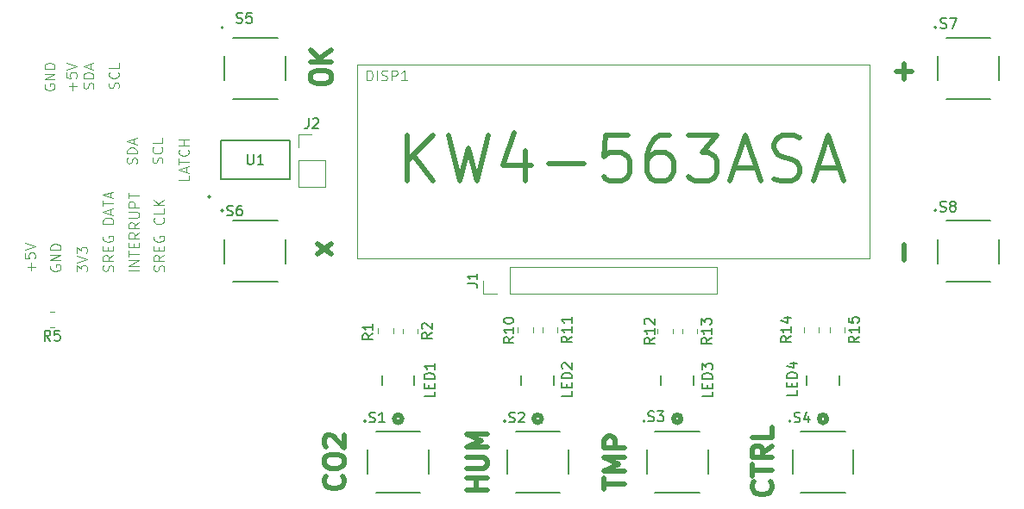
<source format=gbr>
%TF.GenerationSoftware,KiCad,Pcbnew,8.0.4*%
%TF.CreationDate,2024-11-14T23:53:25+02:00*%
%TF.ProjectId,sienikontrolleri,7369656e-696b-46f6-9e74-726f6c6c6572,rev?*%
%TF.SameCoordinates,Original*%
%TF.FileFunction,Legend,Top*%
%TF.FilePolarity,Positive*%
%FSLAX46Y46*%
G04 Gerber Fmt 4.6, Leading zero omitted, Abs format (unit mm)*
G04 Created by KiCad (PCBNEW 8.0.4) date 2024-11-14 23:53:25*
%MOMM*%
%LPD*%
G01*
G04 APERTURE LIST*
%ADD10C,0.500000*%
%ADD11C,0.100000*%
%ADD12C,0.150000*%
%ADD13C,0.120000*%
%ADD14C,0.127000*%
%ADD15C,0.200000*%
%ADD16C,0.152400*%
%ADD17C,0.508000*%
G04 APERTURE END LIST*
D10*
X119538761Y-70952381D02*
X119634000Y-71047619D01*
X119634000Y-71047619D02*
X119729238Y-71333333D01*
X119729238Y-71333333D02*
X119729238Y-71523809D01*
X119729238Y-71523809D02*
X119634000Y-71809524D01*
X119634000Y-71809524D02*
X119443523Y-72000000D01*
X119443523Y-72000000D02*
X119253047Y-72095238D01*
X119253047Y-72095238D02*
X118872095Y-72190476D01*
X118872095Y-72190476D02*
X118586380Y-72190476D01*
X118586380Y-72190476D02*
X118205428Y-72095238D01*
X118205428Y-72095238D02*
X118014952Y-72000000D01*
X118014952Y-72000000D02*
X117824476Y-71809524D01*
X117824476Y-71809524D02*
X117729238Y-71523809D01*
X117729238Y-71523809D02*
X117729238Y-71333333D01*
X117729238Y-71333333D02*
X117824476Y-71047619D01*
X117824476Y-71047619D02*
X117919714Y-70952381D01*
X117729238Y-70380952D02*
X117729238Y-69238095D01*
X119729238Y-69809524D02*
X117729238Y-69809524D01*
X119729238Y-67428571D02*
X118776857Y-68095238D01*
X119729238Y-68571428D02*
X117729238Y-68571428D01*
X117729238Y-68571428D02*
X117729238Y-67809523D01*
X117729238Y-67809523D02*
X117824476Y-67619047D01*
X117824476Y-67619047D02*
X117919714Y-67523809D01*
X117919714Y-67523809D02*
X118110190Y-67428571D01*
X118110190Y-67428571D02*
X118395904Y-67428571D01*
X118395904Y-67428571D02*
X118586380Y-67523809D01*
X118586380Y-67523809D02*
X118681619Y-67619047D01*
X118681619Y-67619047D02*
X118776857Y-67809523D01*
X118776857Y-67809523D02*
X118776857Y-68571428D01*
X119729238Y-65619047D02*
X119729238Y-66571428D01*
X119729238Y-66571428D02*
X117729238Y-66571428D01*
X132622133Y-49174304D02*
X132622133Y-47650495D01*
D11*
X48348438Y-31887506D02*
X48300819Y-31982744D01*
X48300819Y-31982744D02*
X48300819Y-32125601D01*
X48300819Y-32125601D02*
X48348438Y-32268458D01*
X48348438Y-32268458D02*
X48443676Y-32363696D01*
X48443676Y-32363696D02*
X48538914Y-32411315D01*
X48538914Y-32411315D02*
X48729390Y-32458934D01*
X48729390Y-32458934D02*
X48872247Y-32458934D01*
X48872247Y-32458934D02*
X49062723Y-32411315D01*
X49062723Y-32411315D02*
X49157961Y-32363696D01*
X49157961Y-32363696D02*
X49253200Y-32268458D01*
X49253200Y-32268458D02*
X49300819Y-32125601D01*
X49300819Y-32125601D02*
X49300819Y-32030363D01*
X49300819Y-32030363D02*
X49253200Y-31887506D01*
X49253200Y-31887506D02*
X49205580Y-31839887D01*
X49205580Y-31839887D02*
X48872247Y-31839887D01*
X48872247Y-31839887D02*
X48872247Y-32030363D01*
X49300819Y-31411315D02*
X48300819Y-31411315D01*
X48300819Y-31411315D02*
X49300819Y-30839887D01*
X49300819Y-30839887D02*
X48300819Y-30839887D01*
X49300819Y-30363696D02*
X48300819Y-30363696D01*
X48300819Y-30363696D02*
X48300819Y-30125601D01*
X48300819Y-30125601D02*
X48348438Y-29982744D01*
X48348438Y-29982744D02*
X48443676Y-29887506D01*
X48443676Y-29887506D02*
X48538914Y-29839887D01*
X48538914Y-29839887D02*
X48729390Y-29792268D01*
X48729390Y-29792268D02*
X48872247Y-29792268D01*
X48872247Y-29792268D02*
X49062723Y-29839887D01*
X49062723Y-29839887D02*
X49157961Y-29887506D01*
X49157961Y-29887506D02*
X49253200Y-29982744D01*
X49253200Y-29982744D02*
X49300819Y-30125601D01*
X49300819Y-30125601D02*
X49300819Y-30363696D01*
X48920038Y-49672306D02*
X48872419Y-49767544D01*
X48872419Y-49767544D02*
X48872419Y-49910401D01*
X48872419Y-49910401D02*
X48920038Y-50053258D01*
X48920038Y-50053258D02*
X49015276Y-50148496D01*
X49015276Y-50148496D02*
X49110514Y-50196115D01*
X49110514Y-50196115D02*
X49300990Y-50243734D01*
X49300990Y-50243734D02*
X49443847Y-50243734D01*
X49443847Y-50243734D02*
X49634323Y-50196115D01*
X49634323Y-50196115D02*
X49729561Y-50148496D01*
X49729561Y-50148496D02*
X49824800Y-50053258D01*
X49824800Y-50053258D02*
X49872419Y-49910401D01*
X49872419Y-49910401D02*
X49872419Y-49815163D01*
X49872419Y-49815163D02*
X49824800Y-49672306D01*
X49824800Y-49672306D02*
X49777180Y-49624687D01*
X49777180Y-49624687D02*
X49443847Y-49624687D01*
X49443847Y-49624687D02*
X49443847Y-49815163D01*
X49872419Y-49196115D02*
X48872419Y-49196115D01*
X48872419Y-49196115D02*
X49872419Y-48624687D01*
X49872419Y-48624687D02*
X48872419Y-48624687D01*
X49872419Y-48148496D02*
X48872419Y-48148496D01*
X48872419Y-48148496D02*
X48872419Y-47910401D01*
X48872419Y-47910401D02*
X48920038Y-47767544D01*
X48920038Y-47767544D02*
X49015276Y-47672306D01*
X49015276Y-47672306D02*
X49110514Y-47624687D01*
X49110514Y-47624687D02*
X49300990Y-47577068D01*
X49300990Y-47577068D02*
X49443847Y-47577068D01*
X49443847Y-47577068D02*
X49634323Y-47624687D01*
X49634323Y-47624687D02*
X49729561Y-47672306D01*
X49729561Y-47672306D02*
X49824800Y-47767544D01*
X49824800Y-47767544D02*
X49872419Y-47910401D01*
X49872419Y-47910401D02*
X49872419Y-48148496D01*
D10*
X77538761Y-70380952D02*
X77634000Y-70476190D01*
X77634000Y-70476190D02*
X77729238Y-70761904D01*
X77729238Y-70761904D02*
X77729238Y-70952380D01*
X77729238Y-70952380D02*
X77634000Y-71238095D01*
X77634000Y-71238095D02*
X77443523Y-71428571D01*
X77443523Y-71428571D02*
X77253047Y-71523809D01*
X77253047Y-71523809D02*
X76872095Y-71619047D01*
X76872095Y-71619047D02*
X76586380Y-71619047D01*
X76586380Y-71619047D02*
X76205428Y-71523809D01*
X76205428Y-71523809D02*
X76014952Y-71428571D01*
X76014952Y-71428571D02*
X75824476Y-71238095D01*
X75824476Y-71238095D02*
X75729238Y-70952380D01*
X75729238Y-70952380D02*
X75729238Y-70761904D01*
X75729238Y-70761904D02*
X75824476Y-70476190D01*
X75824476Y-70476190D02*
X75919714Y-70380952D01*
X75729238Y-69142857D02*
X75729238Y-68761904D01*
X75729238Y-68761904D02*
X75824476Y-68571428D01*
X75824476Y-68571428D02*
X76014952Y-68380952D01*
X76014952Y-68380952D02*
X76395904Y-68285714D01*
X76395904Y-68285714D02*
X77062571Y-68285714D01*
X77062571Y-68285714D02*
X77443523Y-68380952D01*
X77443523Y-68380952D02*
X77634000Y-68571428D01*
X77634000Y-68571428D02*
X77729238Y-68761904D01*
X77729238Y-68761904D02*
X77729238Y-69142857D01*
X77729238Y-69142857D02*
X77634000Y-69333333D01*
X77634000Y-69333333D02*
X77443523Y-69523809D01*
X77443523Y-69523809D02*
X77062571Y-69619047D01*
X77062571Y-69619047D02*
X76395904Y-69619047D01*
X76395904Y-69619047D02*
X76014952Y-69523809D01*
X76014952Y-69523809D02*
X75824476Y-69333333D01*
X75824476Y-69333333D02*
X75729238Y-69142857D01*
X75919714Y-67523809D02*
X75824476Y-67428571D01*
X75824476Y-67428571D02*
X75729238Y-67238095D01*
X75729238Y-67238095D02*
X75729238Y-66761904D01*
X75729238Y-66761904D02*
X75824476Y-66571428D01*
X75824476Y-66571428D02*
X75919714Y-66476190D01*
X75919714Y-66476190D02*
X76110190Y-66380952D01*
X76110190Y-66380952D02*
X76300666Y-66380952D01*
X76300666Y-66380952D02*
X76586380Y-66476190D01*
X76586380Y-66476190D02*
X77729238Y-67619047D01*
X77729238Y-67619047D02*
X77729238Y-66380952D01*
D11*
X59974800Y-50243734D02*
X60022419Y-50100877D01*
X60022419Y-50100877D02*
X60022419Y-49862782D01*
X60022419Y-49862782D02*
X59974800Y-49767544D01*
X59974800Y-49767544D02*
X59927180Y-49719925D01*
X59927180Y-49719925D02*
X59831942Y-49672306D01*
X59831942Y-49672306D02*
X59736704Y-49672306D01*
X59736704Y-49672306D02*
X59641466Y-49719925D01*
X59641466Y-49719925D02*
X59593847Y-49767544D01*
X59593847Y-49767544D02*
X59546228Y-49862782D01*
X59546228Y-49862782D02*
X59498609Y-50053258D01*
X59498609Y-50053258D02*
X59450990Y-50148496D01*
X59450990Y-50148496D02*
X59403371Y-50196115D01*
X59403371Y-50196115D02*
X59308133Y-50243734D01*
X59308133Y-50243734D02*
X59212895Y-50243734D01*
X59212895Y-50243734D02*
X59117657Y-50196115D01*
X59117657Y-50196115D02*
X59070038Y-50148496D01*
X59070038Y-50148496D02*
X59022419Y-50053258D01*
X59022419Y-50053258D02*
X59022419Y-49815163D01*
X59022419Y-49815163D02*
X59070038Y-49672306D01*
X60022419Y-48672306D02*
X59546228Y-49005639D01*
X60022419Y-49243734D02*
X59022419Y-49243734D01*
X59022419Y-49243734D02*
X59022419Y-48862782D01*
X59022419Y-48862782D02*
X59070038Y-48767544D01*
X59070038Y-48767544D02*
X59117657Y-48719925D01*
X59117657Y-48719925D02*
X59212895Y-48672306D01*
X59212895Y-48672306D02*
X59355752Y-48672306D01*
X59355752Y-48672306D02*
X59450990Y-48719925D01*
X59450990Y-48719925D02*
X59498609Y-48767544D01*
X59498609Y-48767544D02*
X59546228Y-48862782D01*
X59546228Y-48862782D02*
X59546228Y-49243734D01*
X59498609Y-48243734D02*
X59498609Y-47910401D01*
X60022419Y-47767544D02*
X60022419Y-48243734D01*
X60022419Y-48243734D02*
X59022419Y-48243734D01*
X59022419Y-48243734D02*
X59022419Y-47767544D01*
X59070038Y-46815163D02*
X59022419Y-46910401D01*
X59022419Y-46910401D02*
X59022419Y-47053258D01*
X59022419Y-47053258D02*
X59070038Y-47196115D01*
X59070038Y-47196115D02*
X59165276Y-47291353D01*
X59165276Y-47291353D02*
X59260514Y-47338972D01*
X59260514Y-47338972D02*
X59450990Y-47386591D01*
X59450990Y-47386591D02*
X59593847Y-47386591D01*
X59593847Y-47386591D02*
X59784323Y-47338972D01*
X59784323Y-47338972D02*
X59879561Y-47291353D01*
X59879561Y-47291353D02*
X59974800Y-47196115D01*
X59974800Y-47196115D02*
X60022419Y-47053258D01*
X60022419Y-47053258D02*
X60022419Y-46958020D01*
X60022419Y-46958020D02*
X59974800Y-46815163D01*
X59974800Y-46815163D02*
X59927180Y-46767544D01*
X59927180Y-46767544D02*
X59593847Y-46767544D01*
X59593847Y-46767544D02*
X59593847Y-46958020D01*
X59927180Y-45005639D02*
X59974800Y-45053258D01*
X59974800Y-45053258D02*
X60022419Y-45196115D01*
X60022419Y-45196115D02*
X60022419Y-45291353D01*
X60022419Y-45291353D02*
X59974800Y-45434210D01*
X59974800Y-45434210D02*
X59879561Y-45529448D01*
X59879561Y-45529448D02*
X59784323Y-45577067D01*
X59784323Y-45577067D02*
X59593847Y-45624686D01*
X59593847Y-45624686D02*
X59450990Y-45624686D01*
X59450990Y-45624686D02*
X59260514Y-45577067D01*
X59260514Y-45577067D02*
X59165276Y-45529448D01*
X59165276Y-45529448D02*
X59070038Y-45434210D01*
X59070038Y-45434210D02*
X59022419Y-45291353D01*
X59022419Y-45291353D02*
X59022419Y-45196115D01*
X59022419Y-45196115D02*
X59070038Y-45053258D01*
X59070038Y-45053258D02*
X59117657Y-45005639D01*
X60022419Y-44100877D02*
X60022419Y-44577067D01*
X60022419Y-44577067D02*
X59022419Y-44577067D01*
X60022419Y-43767543D02*
X59022419Y-43767543D01*
X60022419Y-43196115D02*
X59450990Y-43624686D01*
X59022419Y-43196115D02*
X59593847Y-43767543D01*
X46991466Y-50196115D02*
X46991466Y-49434211D01*
X47372419Y-49815163D02*
X46610514Y-49815163D01*
X46372419Y-48481830D02*
X46372419Y-48958020D01*
X46372419Y-48958020D02*
X46848609Y-49005639D01*
X46848609Y-49005639D02*
X46800990Y-48958020D01*
X46800990Y-48958020D02*
X46753371Y-48862782D01*
X46753371Y-48862782D02*
X46753371Y-48624687D01*
X46753371Y-48624687D02*
X46800990Y-48529449D01*
X46800990Y-48529449D02*
X46848609Y-48481830D01*
X46848609Y-48481830D02*
X46943847Y-48434211D01*
X46943847Y-48434211D02*
X47181942Y-48434211D01*
X47181942Y-48434211D02*
X47277180Y-48481830D01*
X47277180Y-48481830D02*
X47324800Y-48529449D01*
X47324800Y-48529449D02*
X47372419Y-48624687D01*
X47372419Y-48624687D02*
X47372419Y-48862782D01*
X47372419Y-48862782D02*
X47324800Y-48958020D01*
X47324800Y-48958020D02*
X47277180Y-49005639D01*
X46372419Y-48148496D02*
X47372419Y-47815163D01*
X47372419Y-47815163D02*
X46372419Y-47481830D01*
X54994800Y-50243734D02*
X55042419Y-50100877D01*
X55042419Y-50100877D02*
X55042419Y-49862782D01*
X55042419Y-49862782D02*
X54994800Y-49767544D01*
X54994800Y-49767544D02*
X54947180Y-49719925D01*
X54947180Y-49719925D02*
X54851942Y-49672306D01*
X54851942Y-49672306D02*
X54756704Y-49672306D01*
X54756704Y-49672306D02*
X54661466Y-49719925D01*
X54661466Y-49719925D02*
X54613847Y-49767544D01*
X54613847Y-49767544D02*
X54566228Y-49862782D01*
X54566228Y-49862782D02*
X54518609Y-50053258D01*
X54518609Y-50053258D02*
X54470990Y-50148496D01*
X54470990Y-50148496D02*
X54423371Y-50196115D01*
X54423371Y-50196115D02*
X54328133Y-50243734D01*
X54328133Y-50243734D02*
X54232895Y-50243734D01*
X54232895Y-50243734D02*
X54137657Y-50196115D01*
X54137657Y-50196115D02*
X54090038Y-50148496D01*
X54090038Y-50148496D02*
X54042419Y-50053258D01*
X54042419Y-50053258D02*
X54042419Y-49815163D01*
X54042419Y-49815163D02*
X54090038Y-49672306D01*
X55042419Y-48672306D02*
X54566228Y-49005639D01*
X55042419Y-49243734D02*
X54042419Y-49243734D01*
X54042419Y-49243734D02*
X54042419Y-48862782D01*
X54042419Y-48862782D02*
X54090038Y-48767544D01*
X54090038Y-48767544D02*
X54137657Y-48719925D01*
X54137657Y-48719925D02*
X54232895Y-48672306D01*
X54232895Y-48672306D02*
X54375752Y-48672306D01*
X54375752Y-48672306D02*
X54470990Y-48719925D01*
X54470990Y-48719925D02*
X54518609Y-48767544D01*
X54518609Y-48767544D02*
X54566228Y-48862782D01*
X54566228Y-48862782D02*
X54566228Y-49243734D01*
X54518609Y-48243734D02*
X54518609Y-47910401D01*
X55042419Y-47767544D02*
X55042419Y-48243734D01*
X55042419Y-48243734D02*
X54042419Y-48243734D01*
X54042419Y-48243734D02*
X54042419Y-47767544D01*
X54090038Y-46815163D02*
X54042419Y-46910401D01*
X54042419Y-46910401D02*
X54042419Y-47053258D01*
X54042419Y-47053258D02*
X54090038Y-47196115D01*
X54090038Y-47196115D02*
X54185276Y-47291353D01*
X54185276Y-47291353D02*
X54280514Y-47338972D01*
X54280514Y-47338972D02*
X54470990Y-47386591D01*
X54470990Y-47386591D02*
X54613847Y-47386591D01*
X54613847Y-47386591D02*
X54804323Y-47338972D01*
X54804323Y-47338972D02*
X54899561Y-47291353D01*
X54899561Y-47291353D02*
X54994800Y-47196115D01*
X54994800Y-47196115D02*
X55042419Y-47053258D01*
X55042419Y-47053258D02*
X55042419Y-46958020D01*
X55042419Y-46958020D02*
X54994800Y-46815163D01*
X54994800Y-46815163D02*
X54947180Y-46767544D01*
X54947180Y-46767544D02*
X54613847Y-46767544D01*
X54613847Y-46767544D02*
X54613847Y-46958020D01*
X55042419Y-45577067D02*
X54042419Y-45577067D01*
X54042419Y-45577067D02*
X54042419Y-45338972D01*
X54042419Y-45338972D02*
X54090038Y-45196115D01*
X54090038Y-45196115D02*
X54185276Y-45100877D01*
X54185276Y-45100877D02*
X54280514Y-45053258D01*
X54280514Y-45053258D02*
X54470990Y-45005639D01*
X54470990Y-45005639D02*
X54613847Y-45005639D01*
X54613847Y-45005639D02*
X54804323Y-45053258D01*
X54804323Y-45053258D02*
X54899561Y-45100877D01*
X54899561Y-45100877D02*
X54994800Y-45196115D01*
X54994800Y-45196115D02*
X55042419Y-45338972D01*
X55042419Y-45338972D02*
X55042419Y-45577067D01*
X54756704Y-44624686D02*
X54756704Y-44148496D01*
X55042419Y-44719924D02*
X54042419Y-44386591D01*
X54042419Y-44386591D02*
X55042419Y-44053258D01*
X54042419Y-43862781D02*
X54042419Y-43291353D01*
X55042419Y-43577067D02*
X54042419Y-43577067D01*
X54756704Y-43005638D02*
X54756704Y-42529448D01*
X55042419Y-43100876D02*
X54042419Y-42767543D01*
X54042419Y-42767543D02*
X55042419Y-42434210D01*
X62472419Y-40827694D02*
X62472419Y-41303884D01*
X62472419Y-41303884D02*
X61472419Y-41303884D01*
X62186704Y-40541979D02*
X62186704Y-40065789D01*
X62472419Y-40637217D02*
X61472419Y-40303884D01*
X61472419Y-40303884D02*
X62472419Y-39970551D01*
X61472419Y-39780074D02*
X61472419Y-39208646D01*
X62472419Y-39494360D02*
X61472419Y-39494360D01*
X62377180Y-38303884D02*
X62424800Y-38351503D01*
X62424800Y-38351503D02*
X62472419Y-38494360D01*
X62472419Y-38494360D02*
X62472419Y-38589598D01*
X62472419Y-38589598D02*
X62424800Y-38732455D01*
X62424800Y-38732455D02*
X62329561Y-38827693D01*
X62329561Y-38827693D02*
X62234323Y-38875312D01*
X62234323Y-38875312D02*
X62043847Y-38922931D01*
X62043847Y-38922931D02*
X61900990Y-38922931D01*
X61900990Y-38922931D02*
X61710514Y-38875312D01*
X61710514Y-38875312D02*
X61615276Y-38827693D01*
X61615276Y-38827693D02*
X61520038Y-38732455D01*
X61520038Y-38732455D02*
X61472419Y-38589598D01*
X61472419Y-38589598D02*
X61472419Y-38494360D01*
X61472419Y-38494360D02*
X61520038Y-38351503D01*
X61520038Y-38351503D02*
X61567657Y-38303884D01*
X62472419Y-37875312D02*
X61472419Y-37875312D01*
X61948609Y-37875312D02*
X61948609Y-37303884D01*
X62472419Y-37303884D02*
X61472419Y-37303884D01*
D10*
X91729238Y-71761904D02*
X89729238Y-71761904D01*
X90681619Y-71761904D02*
X90681619Y-70619047D01*
X91729238Y-70619047D02*
X89729238Y-70619047D01*
X89729238Y-69666666D02*
X91348285Y-69666666D01*
X91348285Y-69666666D02*
X91538761Y-69571428D01*
X91538761Y-69571428D02*
X91634000Y-69476190D01*
X91634000Y-69476190D02*
X91729238Y-69285714D01*
X91729238Y-69285714D02*
X91729238Y-68904761D01*
X91729238Y-68904761D02*
X91634000Y-68714285D01*
X91634000Y-68714285D02*
X91538761Y-68619047D01*
X91538761Y-68619047D02*
X91348285Y-68523809D01*
X91348285Y-68523809D02*
X89729238Y-68523809D01*
X91729238Y-67571428D02*
X89729238Y-67571428D01*
X89729238Y-67571428D02*
X91157809Y-66904761D01*
X91157809Y-66904761D02*
X89729238Y-66238095D01*
X89729238Y-66238095D02*
X91729238Y-66238095D01*
D11*
X55563200Y-32253617D02*
X55610819Y-32110760D01*
X55610819Y-32110760D02*
X55610819Y-31872665D01*
X55610819Y-31872665D02*
X55563200Y-31777427D01*
X55563200Y-31777427D02*
X55515580Y-31729808D01*
X55515580Y-31729808D02*
X55420342Y-31682189D01*
X55420342Y-31682189D02*
X55325104Y-31682189D01*
X55325104Y-31682189D02*
X55229866Y-31729808D01*
X55229866Y-31729808D02*
X55182247Y-31777427D01*
X55182247Y-31777427D02*
X55134628Y-31872665D01*
X55134628Y-31872665D02*
X55087009Y-32063141D01*
X55087009Y-32063141D02*
X55039390Y-32158379D01*
X55039390Y-32158379D02*
X54991771Y-32205998D01*
X54991771Y-32205998D02*
X54896533Y-32253617D01*
X54896533Y-32253617D02*
X54801295Y-32253617D01*
X54801295Y-32253617D02*
X54706057Y-32205998D01*
X54706057Y-32205998D02*
X54658438Y-32158379D01*
X54658438Y-32158379D02*
X54610819Y-32063141D01*
X54610819Y-32063141D02*
X54610819Y-31825046D01*
X54610819Y-31825046D02*
X54658438Y-31682189D01*
X55515580Y-30682189D02*
X55563200Y-30729808D01*
X55563200Y-30729808D02*
X55610819Y-30872665D01*
X55610819Y-30872665D02*
X55610819Y-30967903D01*
X55610819Y-30967903D02*
X55563200Y-31110760D01*
X55563200Y-31110760D02*
X55467961Y-31205998D01*
X55467961Y-31205998D02*
X55372723Y-31253617D01*
X55372723Y-31253617D02*
X55182247Y-31301236D01*
X55182247Y-31301236D02*
X55039390Y-31301236D01*
X55039390Y-31301236D02*
X54848914Y-31253617D01*
X54848914Y-31253617D02*
X54753676Y-31205998D01*
X54753676Y-31205998D02*
X54658438Y-31110760D01*
X54658438Y-31110760D02*
X54610819Y-30967903D01*
X54610819Y-30967903D02*
X54610819Y-30872665D01*
X54610819Y-30872665D02*
X54658438Y-30729808D01*
X54658438Y-30729808D02*
X54706057Y-30682189D01*
X55610819Y-29777427D02*
X55610819Y-30253617D01*
X55610819Y-30253617D02*
X54610819Y-30253617D01*
X51053466Y-32462115D02*
X51053466Y-31700211D01*
X51434419Y-32081163D02*
X50672514Y-32081163D01*
X50434419Y-30747830D02*
X50434419Y-31224020D01*
X50434419Y-31224020D02*
X50910609Y-31271639D01*
X50910609Y-31271639D02*
X50862990Y-31224020D01*
X50862990Y-31224020D02*
X50815371Y-31128782D01*
X50815371Y-31128782D02*
X50815371Y-30890687D01*
X50815371Y-30890687D02*
X50862990Y-30795449D01*
X50862990Y-30795449D02*
X50910609Y-30747830D01*
X50910609Y-30747830D02*
X51005847Y-30700211D01*
X51005847Y-30700211D02*
X51243942Y-30700211D01*
X51243942Y-30700211D02*
X51339180Y-30747830D01*
X51339180Y-30747830D02*
X51386800Y-30795449D01*
X51386800Y-30795449D02*
X51434419Y-30890687D01*
X51434419Y-30890687D02*
X51434419Y-31128782D01*
X51434419Y-31128782D02*
X51386800Y-31224020D01*
X51386800Y-31224020D02*
X51339180Y-31271639D01*
X50434419Y-30414496D02*
X51434419Y-30081163D01*
X51434419Y-30081163D02*
X50434419Y-29747830D01*
X51472419Y-50291353D02*
X51472419Y-49672306D01*
X51472419Y-49672306D02*
X51853371Y-50005639D01*
X51853371Y-50005639D02*
X51853371Y-49862782D01*
X51853371Y-49862782D02*
X51900990Y-49767544D01*
X51900990Y-49767544D02*
X51948609Y-49719925D01*
X51948609Y-49719925D02*
X52043847Y-49672306D01*
X52043847Y-49672306D02*
X52281942Y-49672306D01*
X52281942Y-49672306D02*
X52377180Y-49719925D01*
X52377180Y-49719925D02*
X52424800Y-49767544D01*
X52424800Y-49767544D02*
X52472419Y-49862782D01*
X52472419Y-49862782D02*
X52472419Y-50148496D01*
X52472419Y-50148496D02*
X52424800Y-50243734D01*
X52424800Y-50243734D02*
X52377180Y-50291353D01*
X51472419Y-49386591D02*
X52472419Y-49053258D01*
X52472419Y-49053258D02*
X51472419Y-48719925D01*
X51472419Y-48481829D02*
X51472419Y-47862782D01*
X51472419Y-47862782D02*
X51853371Y-48196115D01*
X51853371Y-48196115D02*
X51853371Y-48053258D01*
X51853371Y-48053258D02*
X51900990Y-47958020D01*
X51900990Y-47958020D02*
X51948609Y-47910401D01*
X51948609Y-47910401D02*
X52043847Y-47862782D01*
X52043847Y-47862782D02*
X52281942Y-47862782D01*
X52281942Y-47862782D02*
X52377180Y-47910401D01*
X52377180Y-47910401D02*
X52424800Y-47958020D01*
X52424800Y-47958020D02*
X52472419Y-48053258D01*
X52472419Y-48053258D02*
X52472419Y-48338972D01*
X52472419Y-48338972D02*
X52424800Y-48434210D01*
X52424800Y-48434210D02*
X52377180Y-48481829D01*
X53063200Y-32301236D02*
X53110819Y-32158379D01*
X53110819Y-32158379D02*
X53110819Y-31920284D01*
X53110819Y-31920284D02*
X53063200Y-31825046D01*
X53063200Y-31825046D02*
X53015580Y-31777427D01*
X53015580Y-31777427D02*
X52920342Y-31729808D01*
X52920342Y-31729808D02*
X52825104Y-31729808D01*
X52825104Y-31729808D02*
X52729866Y-31777427D01*
X52729866Y-31777427D02*
X52682247Y-31825046D01*
X52682247Y-31825046D02*
X52634628Y-31920284D01*
X52634628Y-31920284D02*
X52587009Y-32110760D01*
X52587009Y-32110760D02*
X52539390Y-32205998D01*
X52539390Y-32205998D02*
X52491771Y-32253617D01*
X52491771Y-32253617D02*
X52396533Y-32301236D01*
X52396533Y-32301236D02*
X52301295Y-32301236D01*
X52301295Y-32301236D02*
X52206057Y-32253617D01*
X52206057Y-32253617D02*
X52158438Y-32205998D01*
X52158438Y-32205998D02*
X52110819Y-32110760D01*
X52110819Y-32110760D02*
X52110819Y-31872665D01*
X52110819Y-31872665D02*
X52158438Y-31729808D01*
X53110819Y-31301236D02*
X52110819Y-31301236D01*
X52110819Y-31301236D02*
X52110819Y-31063141D01*
X52110819Y-31063141D02*
X52158438Y-30920284D01*
X52158438Y-30920284D02*
X52253676Y-30825046D01*
X52253676Y-30825046D02*
X52348914Y-30777427D01*
X52348914Y-30777427D02*
X52539390Y-30729808D01*
X52539390Y-30729808D02*
X52682247Y-30729808D01*
X52682247Y-30729808D02*
X52872723Y-30777427D01*
X52872723Y-30777427D02*
X52967961Y-30825046D01*
X52967961Y-30825046D02*
X53063200Y-30920284D01*
X53063200Y-30920284D02*
X53110819Y-31063141D01*
X53110819Y-31063141D02*
X53110819Y-31301236D01*
X52825104Y-30348855D02*
X52825104Y-29872665D01*
X53110819Y-30444093D02*
X52110819Y-30110760D01*
X52110819Y-30110760D02*
X53110819Y-29777427D01*
D10*
X74437238Y-31365676D02*
X74437238Y-30984723D01*
X74437238Y-30984723D02*
X74532476Y-30794247D01*
X74532476Y-30794247D02*
X74722952Y-30603771D01*
X74722952Y-30603771D02*
X75103904Y-30508533D01*
X75103904Y-30508533D02*
X75770571Y-30508533D01*
X75770571Y-30508533D02*
X76151523Y-30603771D01*
X76151523Y-30603771D02*
X76342000Y-30794247D01*
X76342000Y-30794247D02*
X76437238Y-30984723D01*
X76437238Y-30984723D02*
X76437238Y-31365676D01*
X76437238Y-31365676D02*
X76342000Y-31556152D01*
X76342000Y-31556152D02*
X76151523Y-31746628D01*
X76151523Y-31746628D02*
X75770571Y-31841866D01*
X75770571Y-31841866D02*
X75103904Y-31841866D01*
X75103904Y-31841866D02*
X74722952Y-31746628D01*
X74722952Y-31746628D02*
X74532476Y-31556152D01*
X74532476Y-31556152D02*
X74437238Y-31365676D01*
X76437238Y-29651390D02*
X74437238Y-29651390D01*
X76437238Y-28508533D02*
X75294380Y-29365676D01*
X74437238Y-28508533D02*
X75580095Y-29651390D01*
D11*
X57324800Y-39684836D02*
X57372419Y-39541979D01*
X57372419Y-39541979D02*
X57372419Y-39303884D01*
X57372419Y-39303884D02*
X57324800Y-39208646D01*
X57324800Y-39208646D02*
X57277180Y-39161027D01*
X57277180Y-39161027D02*
X57181942Y-39113408D01*
X57181942Y-39113408D02*
X57086704Y-39113408D01*
X57086704Y-39113408D02*
X56991466Y-39161027D01*
X56991466Y-39161027D02*
X56943847Y-39208646D01*
X56943847Y-39208646D02*
X56896228Y-39303884D01*
X56896228Y-39303884D02*
X56848609Y-39494360D01*
X56848609Y-39494360D02*
X56800990Y-39589598D01*
X56800990Y-39589598D02*
X56753371Y-39637217D01*
X56753371Y-39637217D02*
X56658133Y-39684836D01*
X56658133Y-39684836D02*
X56562895Y-39684836D01*
X56562895Y-39684836D02*
X56467657Y-39637217D01*
X56467657Y-39637217D02*
X56420038Y-39589598D01*
X56420038Y-39589598D02*
X56372419Y-39494360D01*
X56372419Y-39494360D02*
X56372419Y-39256265D01*
X56372419Y-39256265D02*
X56420038Y-39113408D01*
X57372419Y-38684836D02*
X56372419Y-38684836D01*
X56372419Y-38684836D02*
X56372419Y-38446741D01*
X56372419Y-38446741D02*
X56420038Y-38303884D01*
X56420038Y-38303884D02*
X56515276Y-38208646D01*
X56515276Y-38208646D02*
X56610514Y-38161027D01*
X56610514Y-38161027D02*
X56800990Y-38113408D01*
X56800990Y-38113408D02*
X56943847Y-38113408D01*
X56943847Y-38113408D02*
X57134323Y-38161027D01*
X57134323Y-38161027D02*
X57229561Y-38208646D01*
X57229561Y-38208646D02*
X57324800Y-38303884D01*
X57324800Y-38303884D02*
X57372419Y-38446741D01*
X57372419Y-38446741D02*
X57372419Y-38684836D01*
X57086704Y-37732455D02*
X57086704Y-37256265D01*
X57372419Y-37827693D02*
X56372419Y-37494360D01*
X56372419Y-37494360D02*
X57372419Y-37161027D01*
D10*
X76437238Y-48580609D02*
X75103904Y-47532990D01*
X75103904Y-48580609D02*
X76437238Y-47532990D01*
D11*
X57572419Y-50196115D02*
X56572419Y-50196115D01*
X57572419Y-49719925D02*
X56572419Y-49719925D01*
X56572419Y-49719925D02*
X57572419Y-49148497D01*
X57572419Y-49148497D02*
X56572419Y-49148497D01*
X56572419Y-48815163D02*
X56572419Y-48243735D01*
X57572419Y-48529449D02*
X56572419Y-48529449D01*
X57048609Y-47910401D02*
X57048609Y-47577068D01*
X57572419Y-47434211D02*
X57572419Y-47910401D01*
X57572419Y-47910401D02*
X56572419Y-47910401D01*
X56572419Y-47910401D02*
X56572419Y-47434211D01*
X57572419Y-46434211D02*
X57096228Y-46767544D01*
X57572419Y-47005639D02*
X56572419Y-47005639D01*
X56572419Y-47005639D02*
X56572419Y-46624687D01*
X56572419Y-46624687D02*
X56620038Y-46529449D01*
X56620038Y-46529449D02*
X56667657Y-46481830D01*
X56667657Y-46481830D02*
X56762895Y-46434211D01*
X56762895Y-46434211D02*
X56905752Y-46434211D01*
X56905752Y-46434211D02*
X57000990Y-46481830D01*
X57000990Y-46481830D02*
X57048609Y-46529449D01*
X57048609Y-46529449D02*
X57096228Y-46624687D01*
X57096228Y-46624687D02*
X57096228Y-47005639D01*
X57572419Y-45434211D02*
X57096228Y-45767544D01*
X57572419Y-46005639D02*
X56572419Y-46005639D01*
X56572419Y-46005639D02*
X56572419Y-45624687D01*
X56572419Y-45624687D02*
X56620038Y-45529449D01*
X56620038Y-45529449D02*
X56667657Y-45481830D01*
X56667657Y-45481830D02*
X56762895Y-45434211D01*
X56762895Y-45434211D02*
X56905752Y-45434211D01*
X56905752Y-45434211D02*
X57000990Y-45481830D01*
X57000990Y-45481830D02*
X57048609Y-45529449D01*
X57048609Y-45529449D02*
X57096228Y-45624687D01*
X57096228Y-45624687D02*
X57096228Y-46005639D01*
X56572419Y-45005639D02*
X57381942Y-45005639D01*
X57381942Y-45005639D02*
X57477180Y-44958020D01*
X57477180Y-44958020D02*
X57524800Y-44910401D01*
X57524800Y-44910401D02*
X57572419Y-44815163D01*
X57572419Y-44815163D02*
X57572419Y-44624687D01*
X57572419Y-44624687D02*
X57524800Y-44529449D01*
X57524800Y-44529449D02*
X57477180Y-44481830D01*
X57477180Y-44481830D02*
X57381942Y-44434211D01*
X57381942Y-44434211D02*
X56572419Y-44434211D01*
X57572419Y-43958020D02*
X56572419Y-43958020D01*
X56572419Y-43958020D02*
X56572419Y-43577068D01*
X56572419Y-43577068D02*
X56620038Y-43481830D01*
X56620038Y-43481830D02*
X56667657Y-43434211D01*
X56667657Y-43434211D02*
X56762895Y-43386592D01*
X56762895Y-43386592D02*
X56905752Y-43386592D01*
X56905752Y-43386592D02*
X57000990Y-43434211D01*
X57000990Y-43434211D02*
X57048609Y-43481830D01*
X57048609Y-43481830D02*
X57096228Y-43577068D01*
X57096228Y-43577068D02*
X57096228Y-43958020D01*
X56572419Y-43100877D02*
X56572419Y-42529449D01*
X57572419Y-42815163D02*
X56572419Y-42815163D01*
D10*
X132672933Y-31343504D02*
X132672933Y-29819695D01*
X133434838Y-30581599D02*
X131911028Y-30581599D01*
D11*
X59824800Y-39637217D02*
X59872419Y-39494360D01*
X59872419Y-39494360D02*
X59872419Y-39256265D01*
X59872419Y-39256265D02*
X59824800Y-39161027D01*
X59824800Y-39161027D02*
X59777180Y-39113408D01*
X59777180Y-39113408D02*
X59681942Y-39065789D01*
X59681942Y-39065789D02*
X59586704Y-39065789D01*
X59586704Y-39065789D02*
X59491466Y-39113408D01*
X59491466Y-39113408D02*
X59443847Y-39161027D01*
X59443847Y-39161027D02*
X59396228Y-39256265D01*
X59396228Y-39256265D02*
X59348609Y-39446741D01*
X59348609Y-39446741D02*
X59300990Y-39541979D01*
X59300990Y-39541979D02*
X59253371Y-39589598D01*
X59253371Y-39589598D02*
X59158133Y-39637217D01*
X59158133Y-39637217D02*
X59062895Y-39637217D01*
X59062895Y-39637217D02*
X58967657Y-39589598D01*
X58967657Y-39589598D02*
X58920038Y-39541979D01*
X58920038Y-39541979D02*
X58872419Y-39446741D01*
X58872419Y-39446741D02*
X58872419Y-39208646D01*
X58872419Y-39208646D02*
X58920038Y-39065789D01*
X59777180Y-38065789D02*
X59824800Y-38113408D01*
X59824800Y-38113408D02*
X59872419Y-38256265D01*
X59872419Y-38256265D02*
X59872419Y-38351503D01*
X59872419Y-38351503D02*
X59824800Y-38494360D01*
X59824800Y-38494360D02*
X59729561Y-38589598D01*
X59729561Y-38589598D02*
X59634323Y-38637217D01*
X59634323Y-38637217D02*
X59443847Y-38684836D01*
X59443847Y-38684836D02*
X59300990Y-38684836D01*
X59300990Y-38684836D02*
X59110514Y-38637217D01*
X59110514Y-38637217D02*
X59015276Y-38589598D01*
X59015276Y-38589598D02*
X58920038Y-38494360D01*
X58920038Y-38494360D02*
X58872419Y-38351503D01*
X58872419Y-38351503D02*
X58872419Y-38256265D01*
X58872419Y-38256265D02*
X58920038Y-38113408D01*
X58920038Y-38113408D02*
X58967657Y-38065789D01*
X59872419Y-37161027D02*
X59872419Y-37637217D01*
X59872419Y-37637217D02*
X58872419Y-37637217D01*
D10*
X103229238Y-71714285D02*
X103229238Y-70571428D01*
X105229238Y-71142857D02*
X103229238Y-71142857D01*
X105229238Y-69904761D02*
X103229238Y-69904761D01*
X103229238Y-69904761D02*
X104657809Y-69238094D01*
X104657809Y-69238094D02*
X103229238Y-68571428D01*
X103229238Y-68571428D02*
X105229238Y-68571428D01*
X105229238Y-67619047D02*
X103229238Y-67619047D01*
X103229238Y-67619047D02*
X103229238Y-66857142D01*
X103229238Y-66857142D02*
X103324476Y-66666666D01*
X103324476Y-66666666D02*
X103419714Y-66571428D01*
X103419714Y-66571428D02*
X103610190Y-66476190D01*
X103610190Y-66476190D02*
X103895904Y-66476190D01*
X103895904Y-66476190D02*
X104086380Y-66571428D01*
X104086380Y-66571428D02*
X104181619Y-66666666D01*
X104181619Y-66666666D02*
X104276857Y-66857142D01*
X104276857Y-66857142D02*
X104276857Y-67619047D01*
D12*
X89784019Y-51488933D02*
X90498304Y-51488933D01*
X90498304Y-51488933D02*
X90641161Y-51536552D01*
X90641161Y-51536552D02*
X90736400Y-51631790D01*
X90736400Y-51631790D02*
X90784019Y-51774647D01*
X90784019Y-51774647D02*
X90784019Y-51869885D01*
X90784019Y-50488933D02*
X90784019Y-51060361D01*
X90784019Y-50774647D02*
X89784019Y-50774647D01*
X89784019Y-50774647D02*
X89926876Y-50869885D01*
X89926876Y-50869885D02*
X90022114Y-50965123D01*
X90022114Y-50965123D02*
X90069733Y-51060361D01*
X66192495Y-44755600D02*
X66335352Y-44803219D01*
X66335352Y-44803219D02*
X66573447Y-44803219D01*
X66573447Y-44803219D02*
X66668685Y-44755600D01*
X66668685Y-44755600D02*
X66716304Y-44707980D01*
X66716304Y-44707980D02*
X66763923Y-44612742D01*
X66763923Y-44612742D02*
X66763923Y-44517504D01*
X66763923Y-44517504D02*
X66716304Y-44422266D01*
X66716304Y-44422266D02*
X66668685Y-44374647D01*
X66668685Y-44374647D02*
X66573447Y-44327028D01*
X66573447Y-44327028D02*
X66382971Y-44279409D01*
X66382971Y-44279409D02*
X66287733Y-44231790D01*
X66287733Y-44231790D02*
X66240114Y-44184171D01*
X66240114Y-44184171D02*
X66192495Y-44088933D01*
X66192495Y-44088933D02*
X66192495Y-43993695D01*
X66192495Y-43993695D02*
X66240114Y-43898457D01*
X66240114Y-43898457D02*
X66287733Y-43850838D01*
X66287733Y-43850838D02*
X66382971Y-43803219D01*
X66382971Y-43803219D02*
X66621066Y-43803219D01*
X66621066Y-43803219D02*
X66763923Y-43850838D01*
X67621066Y-43803219D02*
X67430590Y-43803219D01*
X67430590Y-43803219D02*
X67335352Y-43850838D01*
X67335352Y-43850838D02*
X67287733Y-43898457D01*
X67287733Y-43898457D02*
X67192495Y-44041314D01*
X67192495Y-44041314D02*
X67144876Y-44231790D01*
X67144876Y-44231790D02*
X67144876Y-44612742D01*
X67144876Y-44612742D02*
X67192495Y-44707980D01*
X67192495Y-44707980D02*
X67240114Y-44755600D01*
X67240114Y-44755600D02*
X67335352Y-44803219D01*
X67335352Y-44803219D02*
X67525828Y-44803219D01*
X67525828Y-44803219D02*
X67621066Y-44755600D01*
X67621066Y-44755600D02*
X67668685Y-44707980D01*
X67668685Y-44707980D02*
X67716304Y-44612742D01*
X67716304Y-44612742D02*
X67716304Y-44374647D01*
X67716304Y-44374647D02*
X67668685Y-44279409D01*
X67668685Y-44279409D02*
X67621066Y-44231790D01*
X67621066Y-44231790D02*
X67525828Y-44184171D01*
X67525828Y-44184171D02*
X67335352Y-44184171D01*
X67335352Y-44184171D02*
X67240114Y-44231790D01*
X67240114Y-44231790D02*
X67192495Y-44279409D01*
X67192495Y-44279409D02*
X67144876Y-44374647D01*
X107543695Y-64974000D02*
X107686552Y-65021619D01*
X107686552Y-65021619D02*
X107924647Y-65021619D01*
X107924647Y-65021619D02*
X108019885Y-64974000D01*
X108019885Y-64974000D02*
X108067504Y-64926380D01*
X108067504Y-64926380D02*
X108115123Y-64831142D01*
X108115123Y-64831142D02*
X108115123Y-64735904D01*
X108115123Y-64735904D02*
X108067504Y-64640666D01*
X108067504Y-64640666D02*
X108019885Y-64593047D01*
X108019885Y-64593047D02*
X107924647Y-64545428D01*
X107924647Y-64545428D02*
X107734171Y-64497809D01*
X107734171Y-64497809D02*
X107638933Y-64450190D01*
X107638933Y-64450190D02*
X107591314Y-64402571D01*
X107591314Y-64402571D02*
X107543695Y-64307333D01*
X107543695Y-64307333D02*
X107543695Y-64212095D01*
X107543695Y-64212095D02*
X107591314Y-64116857D01*
X107591314Y-64116857D02*
X107638933Y-64069238D01*
X107638933Y-64069238D02*
X107734171Y-64021619D01*
X107734171Y-64021619D02*
X107972266Y-64021619D01*
X107972266Y-64021619D02*
X108115123Y-64069238D01*
X108448457Y-64021619D02*
X109067504Y-64021619D01*
X109067504Y-64021619D02*
X108734171Y-64402571D01*
X108734171Y-64402571D02*
X108877028Y-64402571D01*
X108877028Y-64402571D02*
X108972266Y-64450190D01*
X108972266Y-64450190D02*
X109019885Y-64497809D01*
X109019885Y-64497809D02*
X109067504Y-64593047D01*
X109067504Y-64593047D02*
X109067504Y-64831142D01*
X109067504Y-64831142D02*
X109019885Y-64926380D01*
X109019885Y-64926380D02*
X108972266Y-64974000D01*
X108972266Y-64974000D02*
X108877028Y-65021619D01*
X108877028Y-65021619D02*
X108591314Y-65021619D01*
X108591314Y-65021619D02*
X108496076Y-64974000D01*
X108496076Y-64974000D02*
X108448457Y-64926380D01*
X121869295Y-65075600D02*
X122012152Y-65123219D01*
X122012152Y-65123219D02*
X122250247Y-65123219D01*
X122250247Y-65123219D02*
X122345485Y-65075600D01*
X122345485Y-65075600D02*
X122393104Y-65027980D01*
X122393104Y-65027980D02*
X122440723Y-64932742D01*
X122440723Y-64932742D02*
X122440723Y-64837504D01*
X122440723Y-64837504D02*
X122393104Y-64742266D01*
X122393104Y-64742266D02*
X122345485Y-64694647D01*
X122345485Y-64694647D02*
X122250247Y-64647028D01*
X122250247Y-64647028D02*
X122059771Y-64599409D01*
X122059771Y-64599409D02*
X121964533Y-64551790D01*
X121964533Y-64551790D02*
X121916914Y-64504171D01*
X121916914Y-64504171D02*
X121869295Y-64408933D01*
X121869295Y-64408933D02*
X121869295Y-64313695D01*
X121869295Y-64313695D02*
X121916914Y-64218457D01*
X121916914Y-64218457D02*
X121964533Y-64170838D01*
X121964533Y-64170838D02*
X122059771Y-64123219D01*
X122059771Y-64123219D02*
X122297866Y-64123219D01*
X122297866Y-64123219D02*
X122440723Y-64170838D01*
X123297866Y-64456552D02*
X123297866Y-65123219D01*
X123059771Y-64075600D02*
X122821676Y-64789885D01*
X122821676Y-64789885D02*
X123440723Y-64789885D01*
X122171619Y-61977447D02*
X122171619Y-62453637D01*
X122171619Y-62453637D02*
X121171619Y-62453637D01*
X121647809Y-61644113D02*
X121647809Y-61310780D01*
X122171619Y-61167923D02*
X122171619Y-61644113D01*
X122171619Y-61644113D02*
X121171619Y-61644113D01*
X121171619Y-61644113D02*
X121171619Y-61167923D01*
X122171619Y-60739351D02*
X121171619Y-60739351D01*
X121171619Y-60739351D02*
X121171619Y-60501256D01*
X121171619Y-60501256D02*
X121219238Y-60358399D01*
X121219238Y-60358399D02*
X121314476Y-60263161D01*
X121314476Y-60263161D02*
X121409714Y-60215542D01*
X121409714Y-60215542D02*
X121600190Y-60167923D01*
X121600190Y-60167923D02*
X121743047Y-60167923D01*
X121743047Y-60167923D02*
X121933523Y-60215542D01*
X121933523Y-60215542D02*
X122028761Y-60263161D01*
X122028761Y-60263161D02*
X122124000Y-60358399D01*
X122124000Y-60358399D02*
X122171619Y-60501256D01*
X122171619Y-60501256D02*
X122171619Y-60739351D01*
X121504952Y-59310780D02*
X122171619Y-59310780D01*
X121124000Y-59548875D02*
X121838285Y-59786970D01*
X121838285Y-59786970D02*
X121838285Y-59167923D01*
D11*
X79937219Y-31496219D02*
X79937219Y-30496219D01*
X79937219Y-30496219D02*
X80175314Y-30496219D01*
X80175314Y-30496219D02*
X80318171Y-30543838D01*
X80318171Y-30543838D02*
X80413409Y-30639076D01*
X80413409Y-30639076D02*
X80461028Y-30734314D01*
X80461028Y-30734314D02*
X80508647Y-30924790D01*
X80508647Y-30924790D02*
X80508647Y-31067647D01*
X80508647Y-31067647D02*
X80461028Y-31258123D01*
X80461028Y-31258123D02*
X80413409Y-31353361D01*
X80413409Y-31353361D02*
X80318171Y-31448600D01*
X80318171Y-31448600D02*
X80175314Y-31496219D01*
X80175314Y-31496219D02*
X79937219Y-31496219D01*
X80937219Y-31496219D02*
X80937219Y-30496219D01*
X81365790Y-31448600D02*
X81508647Y-31496219D01*
X81508647Y-31496219D02*
X81746742Y-31496219D01*
X81746742Y-31496219D02*
X81841980Y-31448600D01*
X81841980Y-31448600D02*
X81889599Y-31400980D01*
X81889599Y-31400980D02*
X81937218Y-31305742D01*
X81937218Y-31305742D02*
X81937218Y-31210504D01*
X81937218Y-31210504D02*
X81889599Y-31115266D01*
X81889599Y-31115266D02*
X81841980Y-31067647D01*
X81841980Y-31067647D02*
X81746742Y-31020028D01*
X81746742Y-31020028D02*
X81556266Y-30972409D01*
X81556266Y-30972409D02*
X81461028Y-30924790D01*
X81461028Y-30924790D02*
X81413409Y-30877171D01*
X81413409Y-30877171D02*
X81365790Y-30781933D01*
X81365790Y-30781933D02*
X81365790Y-30686695D01*
X81365790Y-30686695D02*
X81413409Y-30591457D01*
X81413409Y-30591457D02*
X81461028Y-30543838D01*
X81461028Y-30543838D02*
X81556266Y-30496219D01*
X81556266Y-30496219D02*
X81794361Y-30496219D01*
X81794361Y-30496219D02*
X81937218Y-30543838D01*
X82365790Y-31496219D02*
X82365790Y-30496219D01*
X82365790Y-30496219D02*
X82746742Y-30496219D01*
X82746742Y-30496219D02*
X82841980Y-30543838D01*
X82841980Y-30543838D02*
X82889599Y-30591457D01*
X82889599Y-30591457D02*
X82937218Y-30686695D01*
X82937218Y-30686695D02*
X82937218Y-30829552D01*
X82937218Y-30829552D02*
X82889599Y-30924790D01*
X82889599Y-30924790D02*
X82841980Y-30972409D01*
X82841980Y-30972409D02*
X82746742Y-31020028D01*
X82746742Y-31020028D02*
X82365790Y-31020028D01*
X83889599Y-31496219D02*
X83318171Y-31496219D01*
X83603885Y-31496219D02*
X83603885Y-30496219D01*
X83603885Y-30496219D02*
X83508647Y-30639076D01*
X83508647Y-30639076D02*
X83413409Y-30734314D01*
X83413409Y-30734314D02*
X83318171Y-30781933D01*
D10*
X83882875Y-41387385D02*
X83882875Y-36887385D01*
X86454304Y-41387385D02*
X84525732Y-38815957D01*
X86454304Y-36887385D02*
X83882875Y-39458814D01*
X87954304Y-36887385D02*
X89025732Y-41387385D01*
X89025732Y-41387385D02*
X89882875Y-38173100D01*
X89882875Y-38173100D02*
X90740018Y-41387385D01*
X90740018Y-41387385D02*
X91811447Y-36887385D01*
X95454304Y-38387385D02*
X95454304Y-41387385D01*
X94382875Y-36673100D02*
X93311446Y-39887385D01*
X93311446Y-39887385D02*
X96097161Y-39887385D01*
X97811446Y-39673100D02*
X101240018Y-39673100D01*
X105525732Y-36887385D02*
X103382875Y-36887385D01*
X103382875Y-36887385D02*
X103168589Y-39030242D01*
X103168589Y-39030242D02*
X103382875Y-38815957D01*
X103382875Y-38815957D02*
X103811447Y-38601671D01*
X103811447Y-38601671D02*
X104882875Y-38601671D01*
X104882875Y-38601671D02*
X105311447Y-38815957D01*
X105311447Y-38815957D02*
X105525732Y-39030242D01*
X105525732Y-39030242D02*
X105740018Y-39458814D01*
X105740018Y-39458814D02*
X105740018Y-40530242D01*
X105740018Y-40530242D02*
X105525732Y-40958814D01*
X105525732Y-40958814D02*
X105311447Y-41173100D01*
X105311447Y-41173100D02*
X104882875Y-41387385D01*
X104882875Y-41387385D02*
X103811447Y-41387385D01*
X103811447Y-41387385D02*
X103382875Y-41173100D01*
X103382875Y-41173100D02*
X103168589Y-40958814D01*
X109597161Y-36887385D02*
X108740018Y-36887385D01*
X108740018Y-36887385D02*
X108311446Y-37101671D01*
X108311446Y-37101671D02*
X108097161Y-37315957D01*
X108097161Y-37315957D02*
X107668589Y-37958814D01*
X107668589Y-37958814D02*
X107454303Y-38815957D01*
X107454303Y-38815957D02*
X107454303Y-40530242D01*
X107454303Y-40530242D02*
X107668589Y-40958814D01*
X107668589Y-40958814D02*
X107882875Y-41173100D01*
X107882875Y-41173100D02*
X108311446Y-41387385D01*
X108311446Y-41387385D02*
X109168589Y-41387385D01*
X109168589Y-41387385D02*
X109597161Y-41173100D01*
X109597161Y-41173100D02*
X109811446Y-40958814D01*
X109811446Y-40958814D02*
X110025732Y-40530242D01*
X110025732Y-40530242D02*
X110025732Y-39458814D01*
X110025732Y-39458814D02*
X109811446Y-39030242D01*
X109811446Y-39030242D02*
X109597161Y-38815957D01*
X109597161Y-38815957D02*
X109168589Y-38601671D01*
X109168589Y-38601671D02*
X108311446Y-38601671D01*
X108311446Y-38601671D02*
X107882875Y-38815957D01*
X107882875Y-38815957D02*
X107668589Y-39030242D01*
X107668589Y-39030242D02*
X107454303Y-39458814D01*
X111525732Y-36887385D02*
X114311446Y-36887385D01*
X114311446Y-36887385D02*
X112811446Y-38601671D01*
X112811446Y-38601671D02*
X113454303Y-38601671D01*
X113454303Y-38601671D02*
X113882875Y-38815957D01*
X113882875Y-38815957D02*
X114097160Y-39030242D01*
X114097160Y-39030242D02*
X114311446Y-39458814D01*
X114311446Y-39458814D02*
X114311446Y-40530242D01*
X114311446Y-40530242D02*
X114097160Y-40958814D01*
X114097160Y-40958814D02*
X113882875Y-41173100D01*
X113882875Y-41173100D02*
X113454303Y-41387385D01*
X113454303Y-41387385D02*
X112168589Y-41387385D01*
X112168589Y-41387385D02*
X111740017Y-41173100D01*
X111740017Y-41173100D02*
X111525732Y-40958814D01*
X116025731Y-40101671D02*
X118168589Y-40101671D01*
X115597160Y-41387385D02*
X117097160Y-36887385D01*
X117097160Y-36887385D02*
X118597160Y-41387385D01*
X119882874Y-41173100D02*
X120525732Y-41387385D01*
X120525732Y-41387385D02*
X121597160Y-41387385D01*
X121597160Y-41387385D02*
X122025732Y-41173100D01*
X122025732Y-41173100D02*
X122240017Y-40958814D01*
X122240017Y-40958814D02*
X122454303Y-40530242D01*
X122454303Y-40530242D02*
X122454303Y-40101671D01*
X122454303Y-40101671D02*
X122240017Y-39673100D01*
X122240017Y-39673100D02*
X122025732Y-39458814D01*
X122025732Y-39458814D02*
X121597160Y-39244528D01*
X121597160Y-39244528D02*
X120740017Y-39030242D01*
X120740017Y-39030242D02*
X120311446Y-38815957D01*
X120311446Y-38815957D02*
X120097160Y-38601671D01*
X120097160Y-38601671D02*
X119882874Y-38173100D01*
X119882874Y-38173100D02*
X119882874Y-37744528D01*
X119882874Y-37744528D02*
X120097160Y-37315957D01*
X120097160Y-37315957D02*
X120311446Y-37101671D01*
X120311446Y-37101671D02*
X120740017Y-36887385D01*
X120740017Y-36887385D02*
X121811446Y-36887385D01*
X121811446Y-36887385D02*
X122454303Y-37101671D01*
X124168588Y-40101671D02*
X126311446Y-40101671D01*
X123740017Y-41387385D02*
X125240017Y-36887385D01*
X125240017Y-36887385D02*
X126740017Y-41387385D01*
D12*
X80162495Y-65075600D02*
X80305352Y-65123219D01*
X80305352Y-65123219D02*
X80543447Y-65123219D01*
X80543447Y-65123219D02*
X80638685Y-65075600D01*
X80638685Y-65075600D02*
X80686304Y-65027980D01*
X80686304Y-65027980D02*
X80733923Y-64932742D01*
X80733923Y-64932742D02*
X80733923Y-64837504D01*
X80733923Y-64837504D02*
X80686304Y-64742266D01*
X80686304Y-64742266D02*
X80638685Y-64694647D01*
X80638685Y-64694647D02*
X80543447Y-64647028D01*
X80543447Y-64647028D02*
X80352971Y-64599409D01*
X80352971Y-64599409D02*
X80257733Y-64551790D01*
X80257733Y-64551790D02*
X80210114Y-64504171D01*
X80210114Y-64504171D02*
X80162495Y-64408933D01*
X80162495Y-64408933D02*
X80162495Y-64313695D01*
X80162495Y-64313695D02*
X80210114Y-64218457D01*
X80210114Y-64218457D02*
X80257733Y-64170838D01*
X80257733Y-64170838D02*
X80352971Y-64123219D01*
X80352971Y-64123219D02*
X80591066Y-64123219D01*
X80591066Y-64123219D02*
X80733923Y-64170838D01*
X81686304Y-65123219D02*
X81114876Y-65123219D01*
X81400590Y-65123219D02*
X81400590Y-64123219D01*
X81400590Y-64123219D02*
X81305352Y-64266076D01*
X81305352Y-64266076D02*
X81210114Y-64361314D01*
X81210114Y-64361314D02*
X81114876Y-64408933D01*
X136245695Y-26315200D02*
X136388552Y-26362819D01*
X136388552Y-26362819D02*
X136626647Y-26362819D01*
X136626647Y-26362819D02*
X136721885Y-26315200D01*
X136721885Y-26315200D02*
X136769504Y-26267580D01*
X136769504Y-26267580D02*
X136817123Y-26172342D01*
X136817123Y-26172342D02*
X136817123Y-26077104D01*
X136817123Y-26077104D02*
X136769504Y-25981866D01*
X136769504Y-25981866D02*
X136721885Y-25934247D01*
X136721885Y-25934247D02*
X136626647Y-25886628D01*
X136626647Y-25886628D02*
X136436171Y-25839009D01*
X136436171Y-25839009D02*
X136340933Y-25791390D01*
X136340933Y-25791390D02*
X136293314Y-25743771D01*
X136293314Y-25743771D02*
X136245695Y-25648533D01*
X136245695Y-25648533D02*
X136245695Y-25553295D01*
X136245695Y-25553295D02*
X136293314Y-25458057D01*
X136293314Y-25458057D02*
X136340933Y-25410438D01*
X136340933Y-25410438D02*
X136436171Y-25362819D01*
X136436171Y-25362819D02*
X136674266Y-25362819D01*
X136674266Y-25362819D02*
X136817123Y-25410438D01*
X137150457Y-25362819D02*
X137817123Y-25362819D01*
X137817123Y-25362819D02*
X137388552Y-26362819D01*
X100021819Y-56665857D02*
X99545628Y-56999190D01*
X100021819Y-57237285D02*
X99021819Y-57237285D01*
X99021819Y-57237285D02*
X99021819Y-56856333D01*
X99021819Y-56856333D02*
X99069438Y-56761095D01*
X99069438Y-56761095D02*
X99117057Y-56713476D01*
X99117057Y-56713476D02*
X99212295Y-56665857D01*
X99212295Y-56665857D02*
X99355152Y-56665857D01*
X99355152Y-56665857D02*
X99450390Y-56713476D01*
X99450390Y-56713476D02*
X99498009Y-56761095D01*
X99498009Y-56761095D02*
X99545628Y-56856333D01*
X99545628Y-56856333D02*
X99545628Y-57237285D01*
X100021819Y-55713476D02*
X100021819Y-56284904D01*
X100021819Y-55999190D02*
X99021819Y-55999190D01*
X99021819Y-55999190D02*
X99164676Y-56094428D01*
X99164676Y-56094428D02*
X99259914Y-56189666D01*
X99259914Y-56189666D02*
X99307533Y-56284904D01*
X100021819Y-54761095D02*
X100021819Y-55332523D01*
X100021819Y-55046809D02*
X99021819Y-55046809D01*
X99021819Y-55046809D02*
X99164676Y-55142047D01*
X99164676Y-55142047D02*
X99259914Y-55237285D01*
X99259914Y-55237285D02*
X99307533Y-55332523D01*
X67141595Y-25811300D02*
X67284452Y-25858919D01*
X67284452Y-25858919D02*
X67522547Y-25858919D01*
X67522547Y-25858919D02*
X67617785Y-25811300D01*
X67617785Y-25811300D02*
X67665404Y-25763680D01*
X67665404Y-25763680D02*
X67713023Y-25668442D01*
X67713023Y-25668442D02*
X67713023Y-25573204D01*
X67713023Y-25573204D02*
X67665404Y-25477966D01*
X67665404Y-25477966D02*
X67617785Y-25430347D01*
X67617785Y-25430347D02*
X67522547Y-25382728D01*
X67522547Y-25382728D02*
X67332071Y-25335109D01*
X67332071Y-25335109D02*
X67236833Y-25287490D01*
X67236833Y-25287490D02*
X67189214Y-25239871D01*
X67189214Y-25239871D02*
X67141595Y-25144633D01*
X67141595Y-25144633D02*
X67141595Y-25049395D01*
X67141595Y-25049395D02*
X67189214Y-24954157D01*
X67189214Y-24954157D02*
X67236833Y-24906538D01*
X67236833Y-24906538D02*
X67332071Y-24858919D01*
X67332071Y-24858919D02*
X67570166Y-24858919D01*
X67570166Y-24858919D02*
X67713023Y-24906538D01*
X68617785Y-24858919D02*
X68141595Y-24858919D01*
X68141595Y-24858919D02*
X68093976Y-25335109D01*
X68093976Y-25335109D02*
X68141595Y-25287490D01*
X68141595Y-25287490D02*
X68236833Y-25239871D01*
X68236833Y-25239871D02*
X68474928Y-25239871D01*
X68474928Y-25239871D02*
X68570166Y-25287490D01*
X68570166Y-25287490D02*
X68617785Y-25335109D01*
X68617785Y-25335109D02*
X68665404Y-25430347D01*
X68665404Y-25430347D02*
X68665404Y-25668442D01*
X68665404Y-25668442D02*
X68617785Y-25763680D01*
X68617785Y-25763680D02*
X68570166Y-25811300D01*
X68570166Y-25811300D02*
X68474928Y-25858919D01*
X68474928Y-25858919D02*
X68236833Y-25858919D01*
X68236833Y-25858919D02*
X68141595Y-25811300D01*
X68141595Y-25811300D02*
X68093976Y-25763680D01*
X74198166Y-35216919D02*
X74198166Y-35931204D01*
X74198166Y-35931204D02*
X74150547Y-36074061D01*
X74150547Y-36074061D02*
X74055309Y-36169300D01*
X74055309Y-36169300D02*
X73912452Y-36216919D01*
X73912452Y-36216919D02*
X73817214Y-36216919D01*
X74626738Y-35312157D02*
X74674357Y-35264538D01*
X74674357Y-35264538D02*
X74769595Y-35216919D01*
X74769595Y-35216919D02*
X75007690Y-35216919D01*
X75007690Y-35216919D02*
X75102928Y-35264538D01*
X75102928Y-35264538D02*
X75150547Y-35312157D01*
X75150547Y-35312157D02*
X75198166Y-35407395D01*
X75198166Y-35407395D02*
X75198166Y-35502633D01*
X75198166Y-35502633D02*
X75150547Y-35645490D01*
X75150547Y-35645490D02*
X74579119Y-36216919D01*
X74579119Y-36216919D02*
X75198166Y-36216919D01*
X136194895Y-44349200D02*
X136337752Y-44396819D01*
X136337752Y-44396819D02*
X136575847Y-44396819D01*
X136575847Y-44396819D02*
X136671085Y-44349200D01*
X136671085Y-44349200D02*
X136718704Y-44301580D01*
X136718704Y-44301580D02*
X136766323Y-44206342D01*
X136766323Y-44206342D02*
X136766323Y-44111104D01*
X136766323Y-44111104D02*
X136718704Y-44015866D01*
X136718704Y-44015866D02*
X136671085Y-43968247D01*
X136671085Y-43968247D02*
X136575847Y-43920628D01*
X136575847Y-43920628D02*
X136385371Y-43873009D01*
X136385371Y-43873009D02*
X136290133Y-43825390D01*
X136290133Y-43825390D02*
X136242514Y-43777771D01*
X136242514Y-43777771D02*
X136194895Y-43682533D01*
X136194895Y-43682533D02*
X136194895Y-43587295D01*
X136194895Y-43587295D02*
X136242514Y-43492057D01*
X136242514Y-43492057D02*
X136290133Y-43444438D01*
X136290133Y-43444438D02*
X136385371Y-43396819D01*
X136385371Y-43396819D02*
X136623466Y-43396819D01*
X136623466Y-43396819D02*
X136766323Y-43444438D01*
X137337752Y-43825390D02*
X137242514Y-43777771D01*
X137242514Y-43777771D02*
X137194895Y-43730152D01*
X137194895Y-43730152D02*
X137147276Y-43634914D01*
X137147276Y-43634914D02*
X137147276Y-43587295D01*
X137147276Y-43587295D02*
X137194895Y-43492057D01*
X137194895Y-43492057D02*
X137242514Y-43444438D01*
X137242514Y-43444438D02*
X137337752Y-43396819D01*
X137337752Y-43396819D02*
X137528228Y-43396819D01*
X137528228Y-43396819D02*
X137623466Y-43444438D01*
X137623466Y-43444438D02*
X137671085Y-43492057D01*
X137671085Y-43492057D02*
X137718704Y-43587295D01*
X137718704Y-43587295D02*
X137718704Y-43634914D01*
X137718704Y-43634914D02*
X137671085Y-43730152D01*
X137671085Y-43730152D02*
X137623466Y-43777771D01*
X137623466Y-43777771D02*
X137528228Y-43825390D01*
X137528228Y-43825390D02*
X137337752Y-43825390D01*
X137337752Y-43825390D02*
X137242514Y-43873009D01*
X137242514Y-43873009D02*
X137194895Y-43920628D01*
X137194895Y-43920628D02*
X137147276Y-44015866D01*
X137147276Y-44015866D02*
X137147276Y-44206342D01*
X137147276Y-44206342D02*
X137194895Y-44301580D01*
X137194895Y-44301580D02*
X137242514Y-44349200D01*
X137242514Y-44349200D02*
X137337752Y-44396819D01*
X137337752Y-44396819D02*
X137528228Y-44396819D01*
X137528228Y-44396819D02*
X137623466Y-44349200D01*
X137623466Y-44349200D02*
X137671085Y-44301580D01*
X137671085Y-44301580D02*
X137718704Y-44206342D01*
X137718704Y-44206342D02*
X137718704Y-44015866D01*
X137718704Y-44015866D02*
X137671085Y-43920628D01*
X137671085Y-43920628D02*
X137623466Y-43873009D01*
X137623466Y-43873009D02*
X137528228Y-43825390D01*
X94333219Y-56726057D02*
X93857028Y-57059390D01*
X94333219Y-57297485D02*
X93333219Y-57297485D01*
X93333219Y-57297485D02*
X93333219Y-56916533D01*
X93333219Y-56916533D02*
X93380838Y-56821295D01*
X93380838Y-56821295D02*
X93428457Y-56773676D01*
X93428457Y-56773676D02*
X93523695Y-56726057D01*
X93523695Y-56726057D02*
X93666552Y-56726057D01*
X93666552Y-56726057D02*
X93761790Y-56773676D01*
X93761790Y-56773676D02*
X93809409Y-56821295D01*
X93809409Y-56821295D02*
X93857028Y-56916533D01*
X93857028Y-56916533D02*
X93857028Y-57297485D01*
X94333219Y-55773676D02*
X94333219Y-56345104D01*
X94333219Y-56059390D02*
X93333219Y-56059390D01*
X93333219Y-56059390D02*
X93476076Y-56154628D01*
X93476076Y-56154628D02*
X93571314Y-56249866D01*
X93571314Y-56249866D02*
X93618933Y-56345104D01*
X93333219Y-55154628D02*
X93333219Y-55059390D01*
X93333219Y-55059390D02*
X93380838Y-54964152D01*
X93380838Y-54964152D02*
X93428457Y-54916533D01*
X93428457Y-54916533D02*
X93523695Y-54868914D01*
X93523695Y-54868914D02*
X93714171Y-54821295D01*
X93714171Y-54821295D02*
X93952266Y-54821295D01*
X93952266Y-54821295D02*
X94142742Y-54868914D01*
X94142742Y-54868914D02*
X94237980Y-54916533D01*
X94237980Y-54916533D02*
X94285600Y-54964152D01*
X94285600Y-54964152D02*
X94333219Y-55059390D01*
X94333219Y-55059390D02*
X94333219Y-55154628D01*
X94333219Y-55154628D02*
X94285600Y-55249866D01*
X94285600Y-55249866D02*
X94237980Y-55297485D01*
X94237980Y-55297485D02*
X94142742Y-55345104D01*
X94142742Y-55345104D02*
X93952266Y-55392723D01*
X93952266Y-55392723D02*
X93714171Y-55392723D01*
X93714171Y-55392723D02*
X93523695Y-55345104D01*
X93523695Y-55345104D02*
X93428457Y-55297485D01*
X93428457Y-55297485D02*
X93380838Y-55249866D01*
X93380838Y-55249866D02*
X93333219Y-55154628D01*
X86560819Y-62079047D02*
X86560819Y-62555237D01*
X86560819Y-62555237D02*
X85560819Y-62555237D01*
X86037009Y-61745713D02*
X86037009Y-61412380D01*
X86560819Y-61269523D02*
X86560819Y-61745713D01*
X86560819Y-61745713D02*
X85560819Y-61745713D01*
X85560819Y-61745713D02*
X85560819Y-61269523D01*
X86560819Y-60840951D02*
X85560819Y-60840951D01*
X85560819Y-60840951D02*
X85560819Y-60602856D01*
X85560819Y-60602856D02*
X85608438Y-60459999D01*
X85608438Y-60459999D02*
X85703676Y-60364761D01*
X85703676Y-60364761D02*
X85798914Y-60317142D01*
X85798914Y-60317142D02*
X85989390Y-60269523D01*
X85989390Y-60269523D02*
X86132247Y-60269523D01*
X86132247Y-60269523D02*
X86322723Y-60317142D01*
X86322723Y-60317142D02*
X86417961Y-60364761D01*
X86417961Y-60364761D02*
X86513200Y-60459999D01*
X86513200Y-60459999D02*
X86560819Y-60602856D01*
X86560819Y-60602856D02*
X86560819Y-60840951D01*
X86560819Y-59317142D02*
X86560819Y-59888570D01*
X86560819Y-59602856D02*
X85560819Y-59602856D01*
X85560819Y-59602856D02*
X85703676Y-59698094D01*
X85703676Y-59698094D02*
X85798914Y-59793332D01*
X85798914Y-59793332D02*
X85846533Y-59888570D01*
X121562019Y-56649857D02*
X121085828Y-56983190D01*
X121562019Y-57221285D02*
X120562019Y-57221285D01*
X120562019Y-57221285D02*
X120562019Y-56840333D01*
X120562019Y-56840333D02*
X120609638Y-56745095D01*
X120609638Y-56745095D02*
X120657257Y-56697476D01*
X120657257Y-56697476D02*
X120752495Y-56649857D01*
X120752495Y-56649857D02*
X120895352Y-56649857D01*
X120895352Y-56649857D02*
X120990590Y-56697476D01*
X120990590Y-56697476D02*
X121038209Y-56745095D01*
X121038209Y-56745095D02*
X121085828Y-56840333D01*
X121085828Y-56840333D02*
X121085828Y-57221285D01*
X121562019Y-55697476D02*
X121562019Y-56268904D01*
X121562019Y-55983190D02*
X120562019Y-55983190D01*
X120562019Y-55983190D02*
X120704876Y-56078428D01*
X120704876Y-56078428D02*
X120800114Y-56173666D01*
X120800114Y-56173666D02*
X120847733Y-56268904D01*
X120895352Y-54840333D02*
X121562019Y-54840333D01*
X120514400Y-55078428D02*
X121228685Y-55316523D01*
X121228685Y-55316523D02*
X121228685Y-54697476D01*
X128215819Y-56665857D02*
X127739628Y-56999190D01*
X128215819Y-57237285D02*
X127215819Y-57237285D01*
X127215819Y-57237285D02*
X127215819Y-56856333D01*
X127215819Y-56856333D02*
X127263438Y-56761095D01*
X127263438Y-56761095D02*
X127311057Y-56713476D01*
X127311057Y-56713476D02*
X127406295Y-56665857D01*
X127406295Y-56665857D02*
X127549152Y-56665857D01*
X127549152Y-56665857D02*
X127644390Y-56713476D01*
X127644390Y-56713476D02*
X127692009Y-56761095D01*
X127692009Y-56761095D02*
X127739628Y-56856333D01*
X127739628Y-56856333D02*
X127739628Y-57237285D01*
X128215819Y-55713476D02*
X128215819Y-56284904D01*
X128215819Y-55999190D02*
X127215819Y-55999190D01*
X127215819Y-55999190D02*
X127358676Y-56094428D01*
X127358676Y-56094428D02*
X127453914Y-56189666D01*
X127453914Y-56189666D02*
X127501533Y-56284904D01*
X127215819Y-54808714D02*
X127215819Y-55284904D01*
X127215819Y-55284904D02*
X127692009Y-55332523D01*
X127692009Y-55332523D02*
X127644390Y-55284904D01*
X127644390Y-55284904D02*
X127596771Y-55189666D01*
X127596771Y-55189666D02*
X127596771Y-54951571D01*
X127596771Y-54951571D02*
X127644390Y-54856333D01*
X127644390Y-54856333D02*
X127692009Y-54808714D01*
X127692009Y-54808714D02*
X127787247Y-54761095D01*
X127787247Y-54761095D02*
X128025342Y-54761095D01*
X128025342Y-54761095D02*
X128120580Y-54808714D01*
X128120580Y-54808714D02*
X128168200Y-54856333D01*
X128168200Y-54856333D02*
X128215819Y-54951571D01*
X128215819Y-54951571D02*
X128215819Y-55189666D01*
X128215819Y-55189666D02*
X128168200Y-55284904D01*
X128168200Y-55284904D02*
X128120580Y-55332523D01*
X80515619Y-56402266D02*
X80039428Y-56735599D01*
X80515619Y-56973694D02*
X79515619Y-56973694D01*
X79515619Y-56973694D02*
X79515619Y-56592742D01*
X79515619Y-56592742D02*
X79563238Y-56497504D01*
X79563238Y-56497504D02*
X79610857Y-56449885D01*
X79610857Y-56449885D02*
X79706095Y-56402266D01*
X79706095Y-56402266D02*
X79848952Y-56402266D01*
X79848952Y-56402266D02*
X79944190Y-56449885D01*
X79944190Y-56449885D02*
X79991809Y-56497504D01*
X79991809Y-56497504D02*
X80039428Y-56592742D01*
X80039428Y-56592742D02*
X80039428Y-56973694D01*
X80515619Y-55449885D02*
X80515619Y-56021313D01*
X80515619Y-55735599D02*
X79515619Y-55735599D01*
X79515619Y-55735599D02*
X79658476Y-55830837D01*
X79658476Y-55830837D02*
X79753714Y-55926075D01*
X79753714Y-55926075D02*
X79801333Y-56021313D01*
X68220595Y-38747919D02*
X68220595Y-39557442D01*
X68220595Y-39557442D02*
X68268214Y-39652680D01*
X68268214Y-39652680D02*
X68315833Y-39700300D01*
X68315833Y-39700300D02*
X68411071Y-39747919D01*
X68411071Y-39747919D02*
X68601547Y-39747919D01*
X68601547Y-39747919D02*
X68696785Y-39700300D01*
X68696785Y-39700300D02*
X68744404Y-39652680D01*
X68744404Y-39652680D02*
X68792023Y-39557442D01*
X68792023Y-39557442D02*
X68792023Y-38747919D01*
X69792023Y-39747919D02*
X69220595Y-39747919D01*
X69506309Y-39747919D02*
X69506309Y-38747919D01*
X69506309Y-38747919D02*
X69411071Y-38890776D01*
X69411071Y-38890776D02*
X69315833Y-38986014D01*
X69315833Y-38986014D02*
X69220595Y-39033633D01*
X108150819Y-56792857D02*
X107674628Y-57126190D01*
X108150819Y-57364285D02*
X107150819Y-57364285D01*
X107150819Y-57364285D02*
X107150819Y-56983333D01*
X107150819Y-56983333D02*
X107198438Y-56888095D01*
X107198438Y-56888095D02*
X107246057Y-56840476D01*
X107246057Y-56840476D02*
X107341295Y-56792857D01*
X107341295Y-56792857D02*
X107484152Y-56792857D01*
X107484152Y-56792857D02*
X107579390Y-56840476D01*
X107579390Y-56840476D02*
X107627009Y-56888095D01*
X107627009Y-56888095D02*
X107674628Y-56983333D01*
X107674628Y-56983333D02*
X107674628Y-57364285D01*
X108150819Y-55840476D02*
X108150819Y-56411904D01*
X108150819Y-56126190D02*
X107150819Y-56126190D01*
X107150819Y-56126190D02*
X107293676Y-56221428D01*
X107293676Y-56221428D02*
X107388914Y-56316666D01*
X107388914Y-56316666D02*
X107436533Y-56411904D01*
X107246057Y-55459523D02*
X107198438Y-55411904D01*
X107198438Y-55411904D02*
X107150819Y-55316666D01*
X107150819Y-55316666D02*
X107150819Y-55078571D01*
X107150819Y-55078571D02*
X107198438Y-54983333D01*
X107198438Y-54983333D02*
X107246057Y-54935714D01*
X107246057Y-54935714D02*
X107341295Y-54888095D01*
X107341295Y-54888095D02*
X107436533Y-54888095D01*
X107436533Y-54888095D02*
X107579390Y-54935714D01*
X107579390Y-54935714D02*
X108150819Y-55507142D01*
X108150819Y-55507142D02*
X108150819Y-54888095D01*
X48871333Y-57095819D02*
X48538000Y-56619628D01*
X48299905Y-57095819D02*
X48299905Y-56095819D01*
X48299905Y-56095819D02*
X48680857Y-56095819D01*
X48680857Y-56095819D02*
X48776095Y-56143438D01*
X48776095Y-56143438D02*
X48823714Y-56191057D01*
X48823714Y-56191057D02*
X48871333Y-56286295D01*
X48871333Y-56286295D02*
X48871333Y-56429152D01*
X48871333Y-56429152D02*
X48823714Y-56524390D01*
X48823714Y-56524390D02*
X48776095Y-56572009D01*
X48776095Y-56572009D02*
X48680857Y-56619628D01*
X48680857Y-56619628D02*
X48299905Y-56619628D01*
X49776095Y-56095819D02*
X49299905Y-56095819D01*
X49299905Y-56095819D02*
X49252286Y-56572009D01*
X49252286Y-56572009D02*
X49299905Y-56524390D01*
X49299905Y-56524390D02*
X49395143Y-56476771D01*
X49395143Y-56476771D02*
X49633238Y-56476771D01*
X49633238Y-56476771D02*
X49728476Y-56524390D01*
X49728476Y-56524390D02*
X49776095Y-56572009D01*
X49776095Y-56572009D02*
X49823714Y-56667247D01*
X49823714Y-56667247D02*
X49823714Y-56905342D01*
X49823714Y-56905342D02*
X49776095Y-57000580D01*
X49776095Y-57000580D02*
X49728476Y-57048200D01*
X49728476Y-57048200D02*
X49633238Y-57095819D01*
X49633238Y-57095819D02*
X49395143Y-57095819D01*
X49395143Y-57095819D02*
X49299905Y-57048200D01*
X49299905Y-57048200D02*
X49252286Y-57000580D01*
X113737819Y-56792857D02*
X113261628Y-57126190D01*
X113737819Y-57364285D02*
X112737819Y-57364285D01*
X112737819Y-57364285D02*
X112737819Y-56983333D01*
X112737819Y-56983333D02*
X112785438Y-56888095D01*
X112785438Y-56888095D02*
X112833057Y-56840476D01*
X112833057Y-56840476D02*
X112928295Y-56792857D01*
X112928295Y-56792857D02*
X113071152Y-56792857D01*
X113071152Y-56792857D02*
X113166390Y-56840476D01*
X113166390Y-56840476D02*
X113214009Y-56888095D01*
X113214009Y-56888095D02*
X113261628Y-56983333D01*
X113261628Y-56983333D02*
X113261628Y-57364285D01*
X113737819Y-55840476D02*
X113737819Y-56411904D01*
X113737819Y-56126190D02*
X112737819Y-56126190D01*
X112737819Y-56126190D02*
X112880676Y-56221428D01*
X112880676Y-56221428D02*
X112975914Y-56316666D01*
X112975914Y-56316666D02*
X113023533Y-56411904D01*
X112737819Y-55507142D02*
X112737819Y-54888095D01*
X112737819Y-54888095D02*
X113118771Y-55221428D01*
X113118771Y-55221428D02*
X113118771Y-55078571D01*
X113118771Y-55078571D02*
X113166390Y-54983333D01*
X113166390Y-54983333D02*
X113214009Y-54935714D01*
X113214009Y-54935714D02*
X113309247Y-54888095D01*
X113309247Y-54888095D02*
X113547342Y-54888095D01*
X113547342Y-54888095D02*
X113642580Y-54935714D01*
X113642580Y-54935714D02*
X113690200Y-54983333D01*
X113690200Y-54983333D02*
X113737819Y-55078571D01*
X113737819Y-55078571D02*
X113737819Y-55364285D01*
X113737819Y-55364285D02*
X113690200Y-55459523D01*
X113690200Y-55459523D02*
X113642580Y-55507142D01*
X86305819Y-56300666D02*
X85829628Y-56633999D01*
X86305819Y-56872094D02*
X85305819Y-56872094D01*
X85305819Y-56872094D02*
X85305819Y-56491142D01*
X85305819Y-56491142D02*
X85353438Y-56395904D01*
X85353438Y-56395904D02*
X85401057Y-56348285D01*
X85401057Y-56348285D02*
X85496295Y-56300666D01*
X85496295Y-56300666D02*
X85639152Y-56300666D01*
X85639152Y-56300666D02*
X85734390Y-56348285D01*
X85734390Y-56348285D02*
X85782009Y-56395904D01*
X85782009Y-56395904D02*
X85829628Y-56491142D01*
X85829628Y-56491142D02*
X85829628Y-56872094D01*
X85401057Y-55919713D02*
X85353438Y-55872094D01*
X85353438Y-55872094D02*
X85305819Y-55776856D01*
X85305819Y-55776856D02*
X85305819Y-55538761D01*
X85305819Y-55538761D02*
X85353438Y-55443523D01*
X85353438Y-55443523D02*
X85401057Y-55395904D01*
X85401057Y-55395904D02*
X85496295Y-55348285D01*
X85496295Y-55348285D02*
X85591533Y-55348285D01*
X85591533Y-55348285D02*
X85734390Y-55395904D01*
X85734390Y-55395904D02*
X86305819Y-55967332D01*
X86305819Y-55967332D02*
X86305819Y-55348285D01*
X100073619Y-62028247D02*
X100073619Y-62504437D01*
X100073619Y-62504437D02*
X99073619Y-62504437D01*
X99549809Y-61694913D02*
X99549809Y-61361580D01*
X100073619Y-61218723D02*
X100073619Y-61694913D01*
X100073619Y-61694913D02*
X99073619Y-61694913D01*
X99073619Y-61694913D02*
X99073619Y-61218723D01*
X100073619Y-60790151D02*
X99073619Y-60790151D01*
X99073619Y-60790151D02*
X99073619Y-60552056D01*
X99073619Y-60552056D02*
X99121238Y-60409199D01*
X99121238Y-60409199D02*
X99216476Y-60313961D01*
X99216476Y-60313961D02*
X99311714Y-60266342D01*
X99311714Y-60266342D02*
X99502190Y-60218723D01*
X99502190Y-60218723D02*
X99645047Y-60218723D01*
X99645047Y-60218723D02*
X99835523Y-60266342D01*
X99835523Y-60266342D02*
X99930761Y-60313961D01*
X99930761Y-60313961D02*
X100026000Y-60409199D01*
X100026000Y-60409199D02*
X100073619Y-60552056D01*
X100073619Y-60552056D02*
X100073619Y-60790151D01*
X99168857Y-59837770D02*
X99121238Y-59790151D01*
X99121238Y-59790151D02*
X99073619Y-59694913D01*
X99073619Y-59694913D02*
X99073619Y-59456818D01*
X99073619Y-59456818D02*
X99121238Y-59361580D01*
X99121238Y-59361580D02*
X99168857Y-59313961D01*
X99168857Y-59313961D02*
X99264095Y-59266342D01*
X99264095Y-59266342D02*
X99359333Y-59266342D01*
X99359333Y-59266342D02*
X99502190Y-59313961D01*
X99502190Y-59313961D02*
X100073619Y-59885389D01*
X100073619Y-59885389D02*
X100073619Y-59266342D01*
X93878495Y-65075600D02*
X94021352Y-65123219D01*
X94021352Y-65123219D02*
X94259447Y-65123219D01*
X94259447Y-65123219D02*
X94354685Y-65075600D01*
X94354685Y-65075600D02*
X94402304Y-65027980D01*
X94402304Y-65027980D02*
X94449923Y-64932742D01*
X94449923Y-64932742D02*
X94449923Y-64837504D01*
X94449923Y-64837504D02*
X94402304Y-64742266D01*
X94402304Y-64742266D02*
X94354685Y-64694647D01*
X94354685Y-64694647D02*
X94259447Y-64647028D01*
X94259447Y-64647028D02*
X94068971Y-64599409D01*
X94068971Y-64599409D02*
X93973733Y-64551790D01*
X93973733Y-64551790D02*
X93926114Y-64504171D01*
X93926114Y-64504171D02*
X93878495Y-64408933D01*
X93878495Y-64408933D02*
X93878495Y-64313695D01*
X93878495Y-64313695D02*
X93926114Y-64218457D01*
X93926114Y-64218457D02*
X93973733Y-64170838D01*
X93973733Y-64170838D02*
X94068971Y-64123219D01*
X94068971Y-64123219D02*
X94307066Y-64123219D01*
X94307066Y-64123219D02*
X94449923Y-64170838D01*
X94830876Y-64218457D02*
X94878495Y-64170838D01*
X94878495Y-64170838D02*
X94973733Y-64123219D01*
X94973733Y-64123219D02*
X95211828Y-64123219D01*
X95211828Y-64123219D02*
X95307066Y-64170838D01*
X95307066Y-64170838D02*
X95354685Y-64218457D01*
X95354685Y-64218457D02*
X95402304Y-64313695D01*
X95402304Y-64313695D02*
X95402304Y-64408933D01*
X95402304Y-64408933D02*
X95354685Y-64551790D01*
X95354685Y-64551790D02*
X94783257Y-65123219D01*
X94783257Y-65123219D02*
X95402304Y-65123219D01*
X113840419Y-62079047D02*
X113840419Y-62555237D01*
X113840419Y-62555237D02*
X112840419Y-62555237D01*
X113316609Y-61745713D02*
X113316609Y-61412380D01*
X113840419Y-61269523D02*
X113840419Y-61745713D01*
X113840419Y-61745713D02*
X112840419Y-61745713D01*
X112840419Y-61745713D02*
X112840419Y-61269523D01*
X113840419Y-60840951D02*
X112840419Y-60840951D01*
X112840419Y-60840951D02*
X112840419Y-60602856D01*
X112840419Y-60602856D02*
X112888038Y-60459999D01*
X112888038Y-60459999D02*
X112983276Y-60364761D01*
X112983276Y-60364761D02*
X113078514Y-60317142D01*
X113078514Y-60317142D02*
X113268990Y-60269523D01*
X113268990Y-60269523D02*
X113411847Y-60269523D01*
X113411847Y-60269523D02*
X113602323Y-60317142D01*
X113602323Y-60317142D02*
X113697561Y-60364761D01*
X113697561Y-60364761D02*
X113792800Y-60459999D01*
X113792800Y-60459999D02*
X113840419Y-60602856D01*
X113840419Y-60602856D02*
X113840419Y-60840951D01*
X112840419Y-59936189D02*
X112840419Y-59317142D01*
X112840419Y-59317142D02*
X113221371Y-59650475D01*
X113221371Y-59650475D02*
X113221371Y-59507618D01*
X113221371Y-59507618D02*
X113268990Y-59412380D01*
X113268990Y-59412380D02*
X113316609Y-59364761D01*
X113316609Y-59364761D02*
X113411847Y-59317142D01*
X113411847Y-59317142D02*
X113649942Y-59317142D01*
X113649942Y-59317142D02*
X113745180Y-59364761D01*
X113745180Y-59364761D02*
X113792800Y-59412380D01*
X113792800Y-59412380D02*
X113840419Y-59507618D01*
X113840419Y-59507618D02*
X113840419Y-59793332D01*
X113840419Y-59793332D02*
X113792800Y-59888570D01*
X113792800Y-59888570D02*
X113745180Y-59936189D01*
D13*
%TO.C,J1*%
X91329200Y-52485600D02*
X91329200Y-51155600D01*
X92659200Y-52485600D02*
X91329200Y-52485600D01*
X93929200Y-49825600D02*
X114309200Y-49825600D01*
X93929200Y-52485600D02*
X93929200Y-49825600D01*
X93929200Y-52485600D02*
X114309200Y-52485600D01*
X114309200Y-52485600D02*
X114309200Y-49825600D01*
D14*
%TO.C,S6*%
X65982500Y-47117100D02*
X65982500Y-49469100D01*
X66806500Y-45293100D02*
X71158500Y-45293100D01*
X66806500Y-51293100D02*
X71158500Y-51293100D01*
X71982500Y-47117100D02*
X71982500Y-49469100D01*
D15*
X65832500Y-44289100D02*
G75*
G02*
X65632500Y-44289100I-100000J0D01*
G01*
X65632500Y-44289100D02*
G75*
G02*
X65832500Y-44289100I100000J0D01*
G01*
D14*
%TO.C,S3*%
X107400000Y-67824000D02*
X107400000Y-70176000D01*
X108224000Y-66000000D02*
X112576000Y-66000000D01*
X108224000Y-72000000D02*
X112576000Y-72000000D01*
X113400000Y-67824000D02*
X113400000Y-70176000D01*
D15*
X107250000Y-64996000D02*
G75*
G02*
X107050000Y-64996000I-100000J0D01*
G01*
X107050000Y-64996000D02*
G75*
G02*
X107250000Y-64996000I100000J0D01*
G01*
D14*
%TO.C,S4*%
X121700000Y-67824000D02*
X121700000Y-70176000D01*
X122524000Y-66000000D02*
X126876000Y-66000000D01*
X122524000Y-72000000D02*
X126876000Y-72000000D01*
X127700000Y-67824000D02*
X127700000Y-70176000D01*
D15*
X121550000Y-64996000D02*
G75*
G02*
X121350000Y-64996000I-100000J0D01*
G01*
X121350000Y-64996000D02*
G75*
G02*
X121550000Y-64996000I100000J0D01*
G01*
D16*
%TO.C,LED4*%
X123099800Y-60530085D02*
X123099800Y-61470624D01*
X126300200Y-61462397D02*
X126300200Y-60538261D01*
D17*
X125081000Y-64759200D02*
G75*
G02*
X124319000Y-64759200I-381000J0D01*
G01*
X124319000Y-64759200D02*
G75*
G02*
X125081000Y-64759200I381000J0D01*
G01*
%TO.C,DISP1*%
D11*
X78982500Y-29964100D02*
X129282500Y-29964100D01*
X129282500Y-48964100D01*
X78982500Y-48964100D01*
X78982500Y-29964100D01*
D14*
%TO.C,S1*%
X80000000Y-67824000D02*
X80000000Y-70176000D01*
X80824000Y-66000000D02*
X85176000Y-66000000D01*
X80824000Y-72000000D02*
X85176000Y-72000000D01*
X86000000Y-67824000D02*
X86000000Y-70176000D01*
D15*
X79850000Y-64996000D02*
G75*
G02*
X79650000Y-64996000I-100000J0D01*
G01*
X79650000Y-64996000D02*
G75*
G02*
X79850000Y-64996000I100000J0D01*
G01*
D14*
%TO.C,S7*%
X135982500Y-29117100D02*
X135982500Y-31469100D01*
X136806500Y-27293100D02*
X141158500Y-27293100D01*
X136806500Y-33293100D02*
X141158500Y-33293100D01*
X141982500Y-29117100D02*
X141982500Y-31469100D01*
D15*
X135832500Y-26289100D02*
G75*
G02*
X135632500Y-26289100I-100000J0D01*
G01*
X135632500Y-26289100D02*
G75*
G02*
X135832500Y-26289100I100000J0D01*
G01*
D13*
%TO.C,R11*%
X97182000Y-55795936D02*
X97182000Y-56250064D01*
X98652000Y-55795936D02*
X98652000Y-56250064D01*
D14*
%TO.C,S5*%
X65982500Y-29117100D02*
X65982500Y-31469100D01*
X66806500Y-27293100D02*
X71158500Y-27293100D01*
X66806500Y-33293100D02*
X71158500Y-33293100D01*
X71982500Y-29117100D02*
X71982500Y-31469100D01*
D15*
X65832500Y-26289100D02*
G75*
G02*
X65632500Y-26289100I-100000J0D01*
G01*
X65632500Y-26289100D02*
G75*
G02*
X65832500Y-26289100I100000J0D01*
G01*
D13*
%TO.C,J2*%
X73201500Y-36762100D02*
X74531500Y-36762100D01*
X73201500Y-38092100D02*
X73201500Y-36762100D01*
X73201500Y-39362100D02*
X73201500Y-41962100D01*
X73201500Y-39362100D02*
X75861500Y-39362100D01*
X73201500Y-41962100D02*
X75861500Y-41962100D01*
X75861500Y-39362100D02*
X75861500Y-41962100D01*
D14*
%TO.C,S8*%
X135982500Y-47117100D02*
X135982500Y-49469100D01*
X136806500Y-45293100D02*
X141158500Y-45293100D01*
X136806500Y-51293100D02*
X141158500Y-51293100D01*
X141982500Y-47117100D02*
X141982500Y-49469100D01*
D15*
X135832500Y-44289100D02*
G75*
G02*
X135632500Y-44289100I-100000J0D01*
G01*
X135632500Y-44289100D02*
G75*
G02*
X135832500Y-44289100I100000J0D01*
G01*
D13*
%TO.C,R10*%
X94769000Y-55795936D02*
X94769000Y-56250064D01*
X96239000Y-55795936D02*
X96239000Y-56250064D01*
D16*
%TO.C,LED1*%
X81399800Y-60530085D02*
X81399800Y-61470624D01*
X84600200Y-61462397D02*
X84600200Y-60538261D01*
D17*
X83381000Y-64759200D02*
G75*
G02*
X82619000Y-64759200I-381000J0D01*
G01*
X82619000Y-64759200D02*
G75*
G02*
X83381000Y-64759200I381000J0D01*
G01*
D13*
%TO.C,R14*%
X122836000Y-55779936D02*
X122836000Y-56234064D01*
X124306000Y-55779936D02*
X124306000Y-56234064D01*
%TO.C,R15*%
X125376000Y-55795936D02*
X125376000Y-56250064D01*
X126846000Y-55795936D02*
X126846000Y-56250064D01*
%TO.C,R1*%
X81053000Y-55890936D02*
X81053000Y-56345064D01*
X82523000Y-55890936D02*
X82523000Y-56345064D01*
D16*
%TO.C,U1*%
X65604300Y-37413500D02*
X65604300Y-41172700D01*
X65604300Y-41172700D02*
X72360700Y-41172700D01*
X72360700Y-37413500D02*
X65604300Y-37413500D01*
X72360700Y-41172700D02*
X72360700Y-37413500D01*
X64588300Y-42938000D02*
G75*
G02*
X64334300Y-42938000I-127000J0D01*
G01*
X64334300Y-42938000D02*
G75*
G02*
X64588300Y-42938000I127000J0D01*
G01*
D13*
%TO.C,R12*%
X108485000Y-55922936D02*
X108485000Y-56377064D01*
X109955000Y-55922936D02*
X109955000Y-56377064D01*
%TO.C,R5*%
X49265064Y-54256000D02*
X48810936Y-54256000D01*
X49265064Y-55726000D02*
X48810936Y-55726000D01*
%TO.C,R13*%
X110898000Y-55922936D02*
X110898000Y-56377064D01*
X112368000Y-55922936D02*
X112368000Y-56377064D01*
%TO.C,R2*%
X83466000Y-55906936D02*
X83466000Y-56361064D01*
X84936000Y-55906936D02*
X84936000Y-56361064D01*
D16*
%TO.C,LED2*%
X95099800Y-60530085D02*
X95099800Y-61470624D01*
X98300200Y-61462397D02*
X98300200Y-60538261D01*
D17*
X97081000Y-64759200D02*
G75*
G02*
X96319000Y-64759200I-381000J0D01*
G01*
X96319000Y-64759200D02*
G75*
G02*
X97081000Y-64759200I381000J0D01*
G01*
D14*
%TO.C,S2*%
X93700000Y-67824000D02*
X93700000Y-70176000D01*
X94524000Y-66000000D02*
X98876000Y-66000000D01*
X94524000Y-72000000D02*
X98876000Y-72000000D01*
X99700000Y-67824000D02*
X99700000Y-70176000D01*
D15*
X93550000Y-64996000D02*
G75*
G02*
X93350000Y-64996000I-100000J0D01*
G01*
X93350000Y-64996000D02*
G75*
G02*
X93550000Y-64996000I100000J0D01*
G01*
D16*
%TO.C,LED3*%
X108799800Y-60530085D02*
X108799800Y-61470624D01*
X112000200Y-61462397D02*
X112000200Y-60538261D01*
D17*
X110781000Y-64759200D02*
G75*
G02*
X110019000Y-64759200I-381000J0D01*
G01*
X110019000Y-64759200D02*
G75*
G02*
X110781000Y-64759200I381000J0D01*
G01*
%TD*%
M02*

</source>
